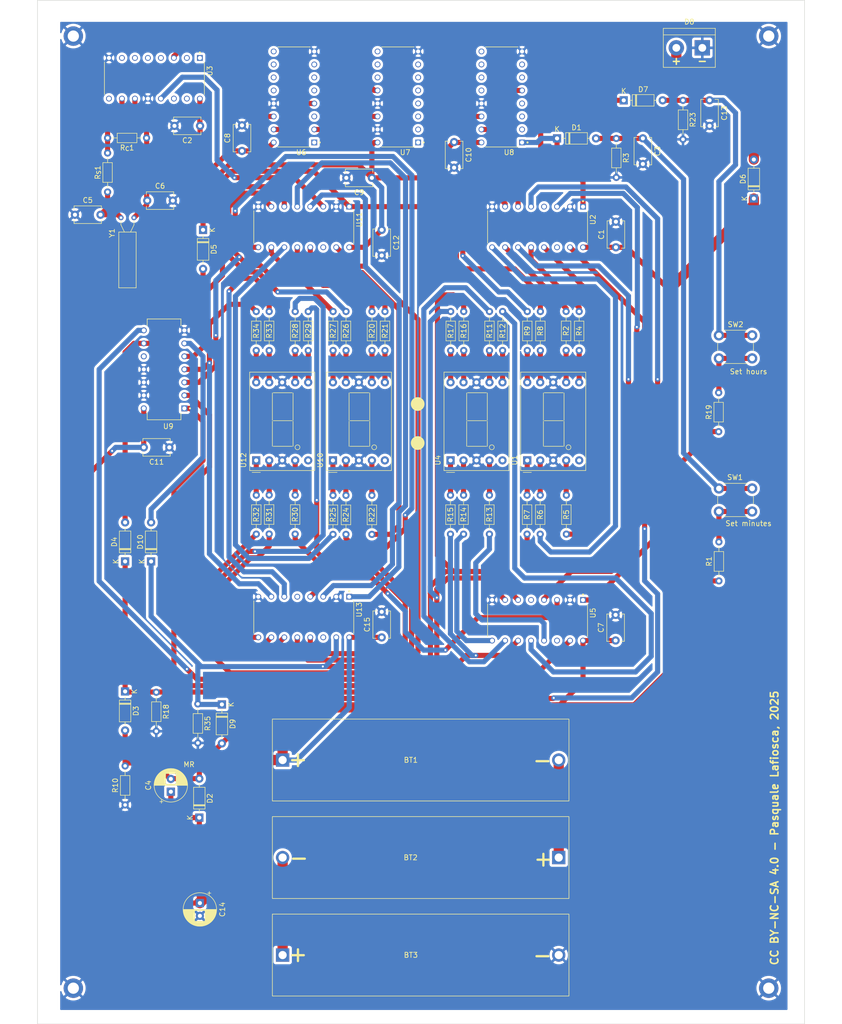
<source format=kicad_pcb>
(kicad_pcb (version 20241229) (generator "pcbnew") (generator_version "9.0")
  (title_block (title "Old style digital clock") (date "2025-04-20") (company "Pasquale Lafiosca"))
  (layers (0 "F.Cu" mixed) (2 "B.Cu" mixed) (13 "F.Paste" user) (15 "B.Paste" user) (5 "F.SilkS" user "F.Silkscreen") (7 "B.SilkS" user "B.Silkscreen") (1 "F.Mask" user) (3 "B.Mask" user) (25 "Edge.Cuts" user))
  (net 0 "")
  (net 1 "/CLK 2 Hz")
  (net 2 "Net-(BT1--)")
  (net 3 "GND")
  (net 4 "Net-(R_{C}1-Pad2)")
  (net 5 "Net-(R1-Pad2)")
  (net 6 "VDD")
  (net 7 "/CLK 1{slash}(24 hours)")
  (net 8 "Net-(BT2--)")
  (net 9 "Net-(D1-A)")
  (net 10 "Net-(U3-(PHI)I)")
  (net 11 "Net-(R19-Pad2)")
  (net 12 "Net-(D7-A)")
  (net 13 "Net-(D3-K)")
  (net 14 "Net-(D5-K)")
  (net 15 "Net-(D6-A)")
  (net 16 "Net-(D10-K)")
  (net 17 "/CLK 1{slash}(10 hours)")
  (net 18 "/CLK 1{slash}hour")
  (net 19 "Net-(U2-A)")
  (net 20 "Net-(U1-A)")
  (net 21 "Net-(U1-B)")
  (net 22 "Net-(U2-B)")
  (net 23 "Net-(U2-C)")
  (net 24 "Net-(U1-C)")
  (net 25 "Net-(U2-D)")
  (net 26 "Net-(U1-D)")
  (net 27 "Net-(U1-E)")
  (net 28 "Net-(U2-E)")
  (net 29 "Net-(U2-F)")
  (net 30 "Net-(U1-F)")
  (net 31 "Net-(U2-G)")
  (net 32 "Net-(U1-G)")
  (net 33 "Net-(U4-A)")
  (net 34 "Net-(U5-A)")
  (net 35 "Net-(U5-B)")
  (net 36 "/CLK 1{slash}60 Hz")
  (net 37 "Net-(U4-B)")
  (net 38 "Net-(U4-C)")
  (net 39 "Net-(U5-C)")
  (net 40 "Net-(U5-D)")
  (net 41 "Net-(U4-D)")
  (net 42 "/CLK 1 Hz")
  (net 43 "Net-(U4-E)")
  (net 44 "Net-(U5-E)")
  (net 45 "Net-(U4-F)")
  (net 46 "Net-(U5-F)")
  (net 47 "Net-(U4-G)")
  (net 48 "Net-(U5-G)")
  (net 49 "Net-(U11-A)")
  (net 50 "/CLK 1{slash}10 Hz")
  (net 51 "Net-(U10-A)")
  (net 52 "Net-(U10-B)")
  (net 53 "Net-(U11-B)")
  (net 54 "Net-(U11-C)")
  (net 55 "Net-(U10-C)")
  (net 56 "Net-(U10-D)")
  (net 57 "Net-(U11-D)")
  (net 58 "Net-(U11-E)")
  (net 59 "Net-(U10-E)")
  (net 60 "Net-(U10-F)")
  (net 61 "Net-(U11-F)")
  (net 62 "Net-(U11-G)")
  (net 63 "Net-(U10-G)")
  (net 64 "Net-(U13-A)")
  (net 65 "Net-(U12-A)")
  (net 66 "Net-(U12-B)")
  (net 67 "Net-(U13-B)")
  (net 68 "Net-(U13-C)")
  (net 69 "Net-(U12-C)")
  (net 70 "Net-(U13-D)")
  (net 71 "Net-(U12-D)")
  (net 72 "Net-(U13-E)")
  (net 73 "Net-(U12-E)")
  (net 74 "Net-(U13-F)")
  (net 75 "Net-(U12-F)")
  (net 76 "Net-(U12-G)")
  (net 77 "MR")
  (net 78 "Net-(U13-G)")
  (net 80 "Net-(U2-CARRY_OUT)")
  (net 81 "Net-(U2-DISPLAY_EN_IN)")
  (net 82 "Net-(C5-Pad1)")
  (net 94 "/CLK 64 Hz")
  (net 96 "Net-(U13-DISPLAY_EN_OUT)")
  (net 103 "Net-(U6-2)")
  (net 121 "Net-(U8-6)")
  (net 132 "Net-(U11-DISPLAY_EN_OUT)")
  (footprint "Capacitor_THT:C_Disc_D5.1mm_W3.2mm_P5.00mm" (layer "F.Cu") (at 55.295008 48.95 180)
    (property "Reference" "C2")
    (property "Value" "0.1 µF")
  )
  (footprint "CD4060BE:DIP794W45P254L1969H508Q16" (layer "F.Cu") (at 46.37 39.6525 -90)
    (property "Reference" "U3")
    (property "Value" "CD4060BE")
  )
  (footprint "Display_7Segment:D1X8K" (layer "F.Cu") (at 104.28 114.3 90)
    (property "Reference" "U4")
    (property "Value" "D168K")
  )
  (footprint "CD4026BE:DIP794W45P254L1969H508Q16" (layer "F.Cu") (at 75.58 144.9025 -90)
    (property "Reference" "U13")
    (property "Value" "CD4026BE")
  )
  (footprint "Capacitor_THT:C_Disc_D5.1mm_W3.2mm_P5.00mm" (layer "F.Cu") (at 136.62 72.674427 90)
    (property "Reference" "C1")
    (property "Value" "0.1 µF")
  )
  (footprint "Resistor_THT:R_Axial_DIN0204_L3.6mm_D1.6mm_P7.62mm_Horizontal" (layer "F.Cu") (at 104.264124 121.0925 -90)
    (property "Reference" "R15")
    (property "Value" "4.7 kΩ")
  )
  (footprint "CD4073BE:DIP794W45P254L1969H508Q14" (layer "F.Cu") (at 48.26 96.52 180)
    (property "Reference" "U9")
    (property "Value" "4073")
  )
  (footprint "Resistor_THT:R_Axial_DIN0204_L3.6mm_D1.6mm_P7.62mm_Horizontal" (layer "F.Cu") (at 40.64 181.61 90)
    (property "Reference" "R10")
    (property "Value" "10 kΩ")
  )
  (footprint "Diode_THT:D_DO-35_SOD27_P7.62mm_Horizontal" (layer "F.Cu") (at 55.146637 184.0925 90)
    (property "Reference" "D2")
    (property "Value" "BAT85")
  )
  (footprint "CustomLibrary:AA battery holder" (layer "F.Cu") (at 125.44 191.8925 180)
    (property "Reference" "BT2")
    (property "Value" "1.2 V")
  )
  (footprint "Resistor_THT:R_Axial_DIN0204_L3.6mm_D1.6mm_P7.62mm_Horizontal" (layer "F.Cu") (at 68.812845 92.8325 90)
    (property "Reference" "R33")
    (property "Value" "4.7 kΩ")
  )
  (footprint "Resistor_THT:R_Axial_DIN0204_L3.6mm_D1.6mm_P7.62mm_Horizontal" (layer "F.Cu") (at 121.850667 92.8325 90)
    (property "Reference" "R8")
    (property "Value" "4.7 kΩ")
  )
  (footprint "Capacitor_THT:CP_Radial_D6.3mm_P2.50mm" (layer "F.Cu") (at 49.5808 179.02914 90)
    (property "Reference" "C4")
    (property "Value" "10 µF")
  )
  (footprint "Button_Switch_THT:SW_PUSH_6mm" (layer "F.Cu") (at 163.27 124.2925 180)
    (property "Reference" "SW1")
    (property "Value" "Set minutes")
  )
  (footprint "Capacitor_THT:C_Disc_D5.1mm_W3.2mm_P5.00mm" (layer "F.Cu") (at 49.28885 111.76 180)
    (property "Reference" "C11")
    (property "Value" "0.1 µF")
  )
  (footprint "MountingHole:MountingHole_2.2mm_M2_DIN965_Pad" (layer "F.Cu") (at 30.51 217.4125)
    (property "Reference" "Hole3" (hide yes))
    (property "Value" "MountingHole_2.2mm_M2_DIN965_Pad")
  )
  (footprint "MountingHole:MountingHole_2.2mm_M2_DIN965_Pad" (layer "F.Cu") (at 166.51 31.4125)
    (property "Reference" "Hole2" (hide yes))
    (property "Value" "MountingHole_2.2mm_M2_DIN965_Pad")
  )
  (footprint "Resistor_THT:R_Axial_DIN0204_L3.6mm_D1.6mm_P7.62mm_Horizontal" (layer "F.Cu") (at 91.459972 92.8325 90)
    (property "Reference" "R21")
    (property "Value" "4.7 kΩ")
  )
  (footprint "Diode_THT:D_DO-35_SOD27_P7.62mm_Horizontal" (layer "F.Cu") (at 163.597179 63.149215 90)
    (property "Reference" "D6")
    (property "Value" "BAT85")
  )
  (footprint "Resistor_THT:R_Axial_DIN0204_L3.6mm_D1.6mm_P7.62mm_Horizontal" (layer "F.Cu") (at 83.839972 92.8325 90)
    (property "Reference" "R26")
    (property "Value" "4.7 kΩ")
  )
  (footprint "Resistor_THT:R_Axial_DIN0204_L3.6mm_D1.6mm_P7.62mm_Horizontal" (layer "F.Cu") (at 104.309948 92.8325 90)
    (property "Reference" "R17")
    (property "Value" "4.7 kΩ")
  )
  (footprint "Resistor_THT:R_Axial_DIN0204_L3.6mm_D1.6mm_P7.62mm_Horizontal" (layer "F.Cu") (at 81.308252 92.8325 90)
    (property "Reference" "R27")
    (property "Value" "4.7 kΩ")
  )
  (footprint "Resistor_THT:R_Axial_DIN0204_L3.6mm_D1.6mm_P7.62mm_Horizontal" (layer "F.Cu") (at 156.76528 137.85 90)
    (property "Reference" "R1")
    (property "Value" "220 Ω")
  )
  (footprint "CustomLibrary:AA battery holder" (layer "F.Cu") (at 71.44 172.8425)
    (property "Reference" "BT1")
    (property "Value" "1.2 V")
  )
  (footprint "Diode_THT:D_DO-35_SOD27_P7.62mm_Horizontal" (layer "F.Cu") (at 125.11 51.4025)
    (property "Reference" "D1")
    (property "Value" "BAT85")
  )
  (footprint "Display_7Segment:D1X8K" (layer "F.Cu") (at 66.28 114.3 90)
    (property "Reference" "U12")
    (property "Value" "D168K")
  )
  (footprint "Resistor_THT:R_Axial_DIN0204_L3.6mm_D1.6mm_P7.62mm_Horizontal" (layer "F.Cu") (at 37.214 61.8725 90)
    (property "Reference" "R_{S}1")
    (property "Value" "300 kΩ")
  )
  (footprint "Resistor_THT:R_Axial_DIN0204_L3.6mm_D1.6mm_P7.62mm_Horizontal" (layer "F.Cu") (at 119.248986 121.0925 -90)
    (property "Reference" "R7")
    (property "Value" "4.7 kΩ")
  )
  (footprint "Resistor_THT:R_Axial_DIN0204_L3.6mm_D1.6mm_P7.62mm_Horizontal" (layer "F.Cu") (at 111.897601 92.8325 90)
    (property "Reference" "R11")
    (property "Value" "4.7 kΩ")
  )
  (footprint "Diode_THT:D_DO-35_SOD27_P7.62mm_Horizontal" (layer "F.Cu") (at 55.88 69.27 -90)
    (property "Reference" "D5")
    (property "Value" "BAT85")
  )
  (footprint "Resistor_THT:R_Axial_DIN0204_L3.6mm_D1.6mm_P7.62mm_Horizontal" (layer "F.Cu") (at 81.29344 121.134594 -90)
    (property "Reference" "R25")
    (property "Value" "4.7 kΩ")
  )
  (footprint "Resistor_THT:R_Axial_DIN0204_L3.6mm_D1.6mm_P7.62mm_Horizontal" (layer "F.Cu") (at 121.817212 121.093528 -90)
    (property "Reference" "R6")
    (property "Value" "4.7 kΩ")
  )
  (footprint "Resistor_THT:R_Axial_DIN0204_L3.6mm_D1.6mm_P7.62mm_Horizontal" (layer "F.Cu") (at 129.436188 92.8325 90)
    (property "Reference" "R4")
    (property "Value" "4.7 kΩ")
  )
  (footprint "Resistor_THT:R_Axial_DIN0204_L3.6mm_D1.6mm_P7.62mm_Horizontal" (layer "F.Cu") (at 44.834 51.3125 180)
    (property "Reference" "R_{C}1")
    (property "Value" "10 MΩ")
  )
  (footprint "Resistor_THT:R_Axial_DIN0204_L3.6mm_D1.6mm_P7.62mm_Horizontal" (layer "F.Cu") (at 136.703554 51.404446 -90)
    (property "Reference" "R3")
    (property "Value" "100 kΩ")
  )
  (footprint "Resistor_THT:R_Axial_DIN0204_L3.6mm_D1.6mm_P7.62mm_Horizontal" (layer "F.Cu") (at 111.882242 121.0925 -90)
    (property "Reference" "R13")
    (property "Value" "4.7 kΩ")
  )
  (footprint "Capacitor_THT:CP_Radial_D6.3mm_P2.50mm" (layer "F.Cu") (at 55.26 200.7825 -90)
    (property "Reference" "C14")
    (property "Value" "100 µF")
  )
  (footprint "CD4017BE:DIP794W45P254L1969H508Q16" (layer "F.Cu") (at 93.98 43.3025 180)
    (property "Reference" "U7")
    (property "Value" "CD4017BE")
  )
  (footprint "Diode_THT:D_DO-35_SOD27_P7.62mm_Horizontal" (layer "F.Cu") (at 138.149018 43.959424)
    (property "Reference" "D7")
    (property "Value" "BAT85")
  )
  (footprint "Resistor_THT:R_Axial_DIN0204_L3.6mm_D1.6mm_P7.62mm_Horizontal" (layer "F.Cu") (at 126.934836 121.0925 -90)
    (property "Reference" "R5")
    (property "Value" "4.7 kΩ")
  )
  (footprint "Resistor_THT:R_Axial_DIN0204_L3.6mm_D1.6mm_P7.62mm_Horizontal" (layer "F.Cu") (at 83.83344 121.134594 -90)
    (property "Reference" "R24")
    (property "Value" "4.7 kΩ")
  )
  (footprint "Capacitor_THT:C_Disc_D5.1mm_W3.2mm_P5.00mm" (layer "F.Cu") (at 88.9 59.11 180)
    (property "Reference" "C9")
    (property "Value" "0.1 µF")
  )
  (footprint "Resistor_THT:R_Axial_DIN0204_L3.6mm_D1.6mm_P7.62mm_Horizontal" (layer "F.Cu") (at 66.28128 92.8325 90)
    (property "Reference" "R34")
    (property "Value" "4.7 kΩ")
  )
  (footprint "Capacitor_THT:C_Disc_D5.1mm_W3.2mm_P5.00mm" (layer "F.Cu") (at 35.83 66.3125 180)
    (property "Reference" "C5")
    (property "Value" "20 pF")
  )
  (footprint "Button_Switch_THT:SW_PUSH_6mm" (layer "F.Cu") (at 163.27 94.38 180)
    (property "Reference" "SW2")
    (property "Value" "Set hours")
  )
  (footprint "Diode_THT:D_DO-35_SOD27_P7.62mm_Horizontal" (layer "F.Cu") (at 59.563 161.98 -90)
    (property "Reference" "D9")
    (property "Value" "BAT85")
  )
  (footprint "CustomLibrary:AA battery holder" (layer "F.Cu") (at 71.44 210.9425)
    (property "Reference" "BT3")
    (property "Value" "1.2 V")
  )
  (footprint "Resistor_THT:R_Axial_DIN0204_L3.6mm_D1.6mm_P7.62mm_Horizontal" (layer "F.Cu") (at 68.8069 121.068248 -90)
    (property "Reference" "R31")
    (property "Value" "4.7 kΩ")
  )
  (footprint "Crystal:Crystal_AT310_D3.0mm_L10.0mm_Horizontal" (layer "F.Cu") (at 39.83 66.8925)
    (property "Reference" "Y1")
    (property "Value" "HC49 XTAL (32768 Hz)")
  )
  (footprint "Resistor_THT:R_Axial_DIN0204_L3.6mm_D1.6mm_P7.62mm_Horizontal" (layer "F.Cu") (at 73.904735 92.8325 90)
    (property "Reference" "R28")
    (property "Value" "4.7 kΩ")
  )
  (footprint "CD4017BE:DIP794W45P254L1969H508Q16" (layer "F.Cu") (at 73.66 43.3025 180)
    (property "Reference" "U6")
    (property "Value" "CD4017BE")
  )
  (footprint "CD4017BE:DIP794W45P254L1969H508Q16" (layer "F.Cu") (at 114.3 43.3025 180)
    (property "Reference" "U8")
    (property "Value" "CD4017BE")
  )
  (footprint "Capacitor_THT:C_Disc_D5.1mm_W3.2mm_P5.00mm" (layer "F.Cu") (at 104.976206 52.1218 -90)
    (property "Reference" "C10")
    (property "Value" "0.1 µF")
  )
  (footprint "Resistor_THT:R_Axial_DIN0204_L3.6mm_D1.6mm_P7.62mm_Horizontal" (layer "F.Cu") (at 88.919972 92.8325 90)
    (property "Reference" "R20")
    (property "Value" "4.7 kΩ")
  )
  (footprint "Resistor_THT:R_Axial_DIN0204_L3.6mm_D1.6mm_P7.62mm_Horizontal" (layer "F.Cu") (at 46.736 159.590335 -90)
    (property "Reference" "R18")
    (property "Value" "100 kΩ")
  )
  (footprint "Capacitor_THT:C_Disc_D5.1mm_W3.2mm_P5.00mm" (layer "F.Cu") (at 141.89799 56.393076 90)
    (property "Reference" "C3")
    (property "Value" "0.1 µF")
  )
  (footprint "Capacitor_THT:C_Disc_D5.1mm_W3.2mm_P5.00mm" (layer "F.Cu") (at 63.5 53.844417 90)
    (property "Reference" "C8")
    (property "Value" "0.1 µF")
  )
  (footprint "MountingHole:MountingHole_2.2mm_M2_DIN965_Pad" (layer "F.Cu") (at 30.51 31.4125)
    (property "Reference" "Hole1" (hide yes))
    (property "Value" "MountingHole_2.2mm_M2_DIN965_Pad")
  )
  (footprint "Display_7Segment:D1X8K" (layer "F.Cu") (at 119.28 114.3 90)
    (property "Reference" "U1")
    (property "Value" "D168K")
  )
  (footprint "TerminalBlock:TerminalBlock_bornier-2_P5.08mm" (layer "F.Cu") (at 153.5176 33.71 180)
    (property "Reference" "D8")
    (property "Value" "5 V Solar cell")
  )
  (footprint "Resistor_THT:R_Axial_DIN0204_L3.6mm_D1.6mm_P7.62mm_Horizontal" (layer "F.Cu") (at 76.455126 92.8325 90)
    (property "Reference" "R29")
    (property "Value" "4.7 kΩ")
  )
  (footprint "Resistor_THT:R_Axial_DIN0204_L3.6mm_D1.6mm_P7.62mm_Horizontal" (layer "F.Cu") (at 66.293606 121.0925 -90)
    (property "Reference" "R32")
    (property "Value" "4.7 kΩ")
  )
  (footprint "Resistor_THT:R_Axial_DIN0204_L3.6mm_D1.6mm_P7.62mm_Horizontal" (layer "F.Cu") (at 126.881721 92.818332 90)
    (property "Reference" "R2")
    (property "Value" "4.7 kΩ")
  )
  (footprint "Resistor_THT:R_Axial_DIN0204_L3.6mm_D1.6mm_P7.62mm_Horizontal" (layer "F.Cu") (at 106.827891 121.0925 -90)
    (property "Reference" "R14")
    (property "Value" "4.7 kΩ")
  )
  (footprint "CD4026BE:DIP794W45P254L1969H508Q16" (layer "F.Cu") (at 75.58 68.7025 -90)
    (property "Reference" "U11")
    (property "Value" "CD4026BE")
  )
  (footprint "Resistor_THT:R_Axial_DIN0204_L3.6mm_D1.6mm_P7.62mm_Horizontal" (layer "F.Cu") (at 149.745564 43.96137 -90)
    (property "Reference" "R23")
    (property "Value" "100 kΩ")
  )
  (footprint "Capacitor_THT:C_Disc_D5.1mm_W3.2mm_P5.00mm" (layer "F.Cu") (at 90.82 69.27 -90)
    (property "Reference" "C12")
    (property "Value" "0.1 µF")
  )
  (footprint "Resistor_THT:R_Axial_DIN0204_L3.6mm_D1.6mm_P7.62mm_Horizontal" (layer "F.Cu") (at 54.864 161.88 -90)
    (property "Reference" "R35")
    (property "Value" "100 kΩ")
  )
  (footprint "Resistor_THT:R_Axial_DIN0204_L3.6mm_D1.6mm_P7.62mm_Horizontal" (layer "F.Cu") (at 119.291697 92.8325 90)
    (property "Reference" "R9")
    (property "Value" "4.7 kΩ")
  )
  (footprint "Display_7Segment:D1X8K" (layer "F.Cu") (at 81.28 114.3 90)
    (property "Reference" "U10")
    (property "Value" "D168K")
  )
  (footprint "Resistor_THT:R_Axial_DIN0204_L3.6mm_D1.6mm_P7.62mm_Horizontal" (layer "F.Cu") (at 88.90187 121.134594 -90)
    (property "Reference" "R22")
    (property "Value" "4.7 kΩ")
  )
  (footprint "Resistor_THT:R_Axial_DIN0204_L3.6mm_D1.6mm_P7.62mm_Horizontal" (layer "F.Cu") (at 106.859886 92.8325 90)
    (property "Reference" "R16")
    (property "Value" "4.7 kΩ")
  )
  (footprint "Diode_THT:D_DO-35_SOD27_P7.62mm_Horizontal" (layer "F.Cu") (at 45.72 134.04 90)
    (property "Reference" "D10")
    (property "Value" "BAT85")
  )
  (footprint "Resistor_THT:R_Axial_DIN0204_L3.6mm_D1.6mm_P7.62mm_Horizontal" (layer "F.Cu") (at 114.461251 92.8325 90)
    (property "Reference" "R12")
    (property "Value" "4.7 kΩ")
  )
  (footprint "Diode_THT:D_DO-35_SOD27_P7.62mm_Horizontal" (layer "F.Cu") (at 40.64 134.04 90)
    (property "Reference" "D4")
    (property "Value" "BAT85")
  )
  (footprint "Capacitor_THT:C_Disc_D5.1mm_W3.2mm_P5.00mm" (layer "F.Cu") (at 136.563284 149.48572 90)
    (property "Reference" "C7")
    (property "Value" "0.1 µF")
  )
  (footprint "Capacitor_THT:C_Disc_D5.1mm_W3.2mm_P5.00mm" (layer "F.Cu") (at 90.82 148.885135 90)
    (property "Reference" "C15")
    (property "Value" "0.1 µF")
  )
  (footprint "CD4026BE:DIP794W45P254L1969H508Q16" (layer "F.Cu") (at 121.3 68.7025 -90)
    (property "Reference" "U2")
    (property "Value" "CD4026BE")
  )
  (footprint "Resistor_THT:R_Axial_DIN0204_L3.6mm_D1.6mm_P7.62mm_Horizontal" (layer "F.Cu") (at 73.895554 121.080687 -90)
    (property "Reference" "R30")
    (property "Value" "4.7 kΩ")
  )
  (footprint "Capacitor_THT:C_Disc_D5.1mm_W3.2mm_P5.00mm" (layer "F.Cu") (at 44.971295 63.5475)
    (property "Reference" "C6")
    (property "Value" "10 pF")
  )
  (footprint "MountingHole:MountingHole_2.2mm_M2_DIN965_Pad" (layer "F.Cu") (at 166.51 217.4125)
    (property "Reference" "Hole4" (hide yes))
    (property "Value" "MountingHole_2.2mm_M2_DIN965_Pad")
  )
  (footprint "Capacitor_THT:C_Disc_D5.1mm_W3.2mm_P5.00mm" (layer "F.Cu") (at 154.94 48.95 90)
    (property "Reference" "C13")
    (property "Value" "0.1 µF")
  )
  (footprint "Resistor_THT:R_Axial_DIN0204_L3.6mm_D1.6mm_P7.62mm_Horizontal" (layer "F.Cu") (at 156.71663 108.6895 90)
    (property "Reference" "R19")
    (property "Value" "220 Ω")
  )
  (footprint "CD4026BE:DIP794W45P254L1969H508Q16" (layer "F.Cu") (at 121.3 145.5375 -90)
    (property "Reference" "U5")
    (property "Value" "CD4026BE")
  )
  (footprint "Diode_THT:D_DO-35_SOD27_P7.62mm_Horizontal" (layer "F.Cu") (at 40.64 159.44 -90)
    (property "Reference" "D3")
    (property "Value" "BAT85")
  )
  (gr_circle (center 97.856779 110.912683) (end 99.116779 110.912683) (stroke (width 0.15)) (fill yes) (layer "F.SilkS"))
  (gr_circle (center 97.856779 103.292683) (end 99.116779 103.292683) (stroke (width 0.15)) (fill yes) (layer "F.SilkS"))
  (gr_rect (start 23.51 24.4125) (end 173.51 224.4125) (stroke (width 0.1)) (fill no) (layer "Edge.Cuts"))
  (gr_text "+" (at 148.4376 36.25 0) (layer "F.SilkS") (effects (font (size 1.5 1.5) (thickness 0.3))))
  (gr_text "-" (at 153.5176 36.25 0) (layer "F.SilkS") (effects (font (size 1.5 1.5) (thickness 0.3))))
  (gr_text "MR" (at 53.1368 173.7148 0) (layer "F.SilkS") (effects (font (size 1 1))))
  (gr_text "CC BY-NC-SA 4.0 - Pasquale Lafiosca, 2025" (at 167.64 186.11 90) (layer "F.SilkS") (effects (font (size 1.5 1.5) (thickness 0.3))))
  (segment (start 50.18 35.6825) (end 50.18 35.33171) (width 1) (layer "F.Cu") (net 1))
  (segment (start 62.88 38.19625) (end 62.88 42.234) (width 1) (layer "F.Cu") (net 1))
  (segment (start 67.7585 47.1125) (end 69.69 47.1125) (width 1) (layer "F.Cu") (net 1))
  (segment (start 57.47546 32.79171) (end 62.88 38.19625) (width 1) (layer "F.Cu") (net 1))
  (segment (start 62.88 42.234) (end 67.7585 47.1125) (width 1) (layer "F.Cu") (net 1))
  (segment (start 50.18 35.33171) (end 52.72 32.79171) (width 1) (layer "F.Cu") (net 1))
  (segment (start 52.72 32.79171) (end 57.47546 32.79171) (width 1) (layer "F.Cu") (net 1))
  (segment (start 125.44 172.8425) (end 125.44 191.8925) (width 2) (layer "F.Cu") (net 2))
  (segment (start 40.02 45.252) (end 37.214 48.058) (width 1) (layer "F.Cu") (net 4))
  (segment (start 40.02 43.6225) (end 40.02 45.252) (width 1) (layer "F.Cu") (net 4))
  (segment (start 37.214 48.058) (end 37.214 51.3125) (width 1) (layer "F.Cu") (net 4))
  (segment (start 37.214 51.3125) (end 37.214 54.2525) (width 1) (layer "F.Cu") (net 4))
  (segment (start 156.77 124.2925) (end 163.27 124.2925) (width 1) (layer "F.Cu") (net 5))
  (segment (start 156.77 124.2925) (end 156.77 130.22528) (width 1) (layer "F.Cu") (net 5))
  (segment (start 156.77 130.22528) (end 156.76528 130.23) (width 1) (layer "F.Cu") (net 5))
  (segment (start 73.66 162.56) (end 125.15 162.56) (width 2) (layer "F.Cu") (net 6))
  (segment (start 88.9 58.42) (end 88.9 52.6825) (width 1) (layer "F.Cu") (net 6))
  (segment (start 71.44 172.8425) (end 71.44 164.78) (width 2) (layer "F.Cu") (net 6))
  (segment (start 130.19 72.6725) (end 136.618073 72.6725) (width 1) (layer "F.Cu") (net 6))
  (segment (start 136.62 72.674427) (end 138.714427 72.674427) (width 1) (layer "F.Cu") (net 6))
  (segment (start 110.33 52.1925) (end 105.046906 52.1925) (width 1) (layer "F.Cu") (net 6))
  (segment (start 55.295008 48.95) (end 55.295008 54.614992) (width 1) (layer "F.Cu") (net 6))
  (segment (start 147.32 142.24) (end 147.32 116.84) (width 2) (layer "F.Cu") (net 6))
  (segment (start 52.1353 184.0925) (end 49.5808 181.538) (width 1) (layer "F.Cu") (net 6))
  (segment (start 140.39 162.56) (end 125.15 162.56) (width 2) (layer "F.Cu") (net 6))
  (segment (start 105.046906 52.1925) (end 104.976206 52.1218) (width 1) (layer "F.Cu") (net 6))
  (segment (start 71.44 164.78) (end 73.66 162.56) (width 2) (layer "F.Cu") (net 6))
  (segment (start 87.4175 72.6725) (end 90.82 69.27) (width 1) (layer "F.Cu") (net 6))
  (segment (start 84.47 72.6725) (end 87.4175 72.6725) (width 1) (layer "F.Cu") (net 6))
  (segment (start 163.597179 64.363615) (end 147.32 80.640794) (width 2) (layer "F.Cu") (net 6))
  (segment (start 45.72 84.51) (end 40.64 84.51) (width 1) (layer "F.Cu") (net 6))
  (segment (start 156.76528 137.85) (end 151.71 137.85) (width 1) (layer "F.Cu") (net 6))
  (segment (start 55.146637 184.0925) (end 52.1353 184.0925) (width 1) (layer "F.Cu") (net 6))
  (segment (start 136.618073 72.6725) (end 136.62 72.674427) (width 1) (layer "F.Cu") (net 6))
  (segment (start 33.02 182.88) (end 50.9225 200.7825) (width 1) (layer "F.Cu") (net 6))
  (segment (start 147.32 116.84) (end 147.32 81.28) (width 2) (layer "F.Cu") (net 6))
  (segment (start 147.32 155.63) (end 140.39 162.56) (width 2) (layer "F.Cu") (net 6))
  (segment (start 53.34 64.19) (end 60.96 56.57) (width 1) (layer "F.Cu") (net 6))
  (segment (start 130.19 149.5075) (end 130.19 157.52) (width 1) (layer "F.Cu") (net 6))
  (segment (start 63.5 53.844417) (end 68.038083 53.844417) (width 1) (layer "F.Cu") (net 6))
  (segment (start 147.32 80.640794) (end 147.32 81.28) (width 2) (layer "F.Cu") (net 6))
  (segment (start 130.19 157.52) (end 125.15 162.56) (width 1) (layer "F.Cu") (net 6))
  (segment (start 62.7575 175.505) (end 65.42 172.8425) (width 2) (layer "F.Cu") (net 6))
  (segment (start 55.146637 184.0925) (end 55.146637 200.669137) (width 1) (layer "F.Cu") (net 6))
  (segment (start 88.9 59.11) (end 97.988006 59.11) (width 1) (layer "F.Cu") (net 6))
  (segment (start 163.597179 63.149215) (end 163.597179 64.363615) (width 2) (layer "F.Cu") (net 6))
  (segment (start 151.71 137.85) (end 147.32 142.24) (width 1) (layer "F.Cu") (net 6))
  (segment (start 84.47 148.8725) (end 90.807365 148.8725) (width 1) (layer "F.Cu") (net 6))
  (segment (start 57.9225 198.12) (end 60.96 198.12) (width 2) (layer "F.Cu") (net 6))
  (segment (start 53.34 61.65) (end 53.34 60.96) (width 1) (layer "F.Cu") (net 6))
  (segment (start 55.295008 54.614992) (end 53.34 56.57) (width 1) (layer "F.Cu") (net 6))
  (segment (start 53.34 76.89) (end 45.72 84.51) (width 1) (layer "F.Cu") (net 6))
  (segment (start 156.71663 108.6895) (end 155.4705 108.6895) (width 1) (layer "F.Cu") (net 6))
  (segment (start 130.19 149.5075) (end 136.541504 149.5075) (width 1) (layer "F.Cu") (net 6))
  (segment (start 55.26 48.914992) (end 55.295008 48.95) (width 1) (layer "F.Cu") (net 6))
  (segment (start 33.02 92.13) (end 33.02 182.88) (width 1) (layer "F.Cu") (net 6))
  (segment (start 155.4705 108.6895) (end 147.32 116.84) (width 1) (layer "F.Cu") (net 6))
  (segment (start 44.28885 111.76) (end 44.28885 104.14115) (width 1) (layer "F.Cu") (net 6))
  (segment (start 63.5 53.844417) (end 61.145583 53.844417) (width 1) (layer "F.Cu") (net 6))
  (segment (start 60.96 56.57) (end 86.36 56.57) (width 1) (layer "F.Cu") (net 6))
  (segment (start 55.26 200.7825) (end 57.9225 198.12) (width 2) (layer "F.Cu") (net 6))
  (segment (start 136.541504 149.5075) (end 136.563284 149.48572) (width 1) (layer "F.Cu") (net 6))
  (segment (start 68.038083 53.844417) (end 69.69 52.1925) (width 1) (layer "F.Cu") (net 6))
  (segment (start 53.34 61.65) (end 53.34 76.89) (width 1) (layer "F.Cu") (net 6))
  (segment (start 88.9 52.6825) (end 89.39 52.1925) (width 1) (layer "F.Cu") (net 6))
  (segment (start 97.988006 59.11) (end 104.976206 52.1218) (width 1) (layer "F.Cu") (net 6))
  (segment (start 86.36 56.57) (end 88.9 59.11) (width 1) (layer "F.Cu") (net 6))
  (segment (start 55.26 43.6225) (end 55.26 48.914992) (width 1) (layer "F.Cu") (net 6))
  (segment (start 38.1 112.45) (end 33.02 117.53) (width 1) (layer "F.Cu") (net 6))
  (segment (start 61.145583 53.844417) (end 53.34 61.65) (width 1) (layer "F.Cu") (net 6))
  (segment (start 89.39 52.1925) (end 90.01 52.1925) (width 1) (layer "F.Cu") (net 6))
  (segment (start 53.34 56.57) (end 53.34 60.96) (width 1) (layer "F.Cu") (net 6))
  (segment (start 138.714427 72.674427) (end 147.32 81.28) (width 1) (layer "F.Cu") (net 6))
  (segment (start 50.9225 200.7825) (end 55.26 200.7825) (width 1) (layer "F.Cu") (net 6))
  (segment (start 147.32 142.24) (end 147.32 155.63) (width 2) (layer "F.Cu") (net 6))
  (segment (start 40.64 84.51) (end 33.02 92.13) (width 1) (layer "F.Cu") (net 6))
  (segment (start 62.7575 196.3225) (end 62.7575 175.505) (width 2) (layer "F.Cu") (net 6))
  (segment (start 55.146637 200.669137) (end 55.26 200.7825) (width 2) (layer "F.Cu") (net 6))
  (segment (start 60.96 198.12) (end 62.7575 196.3225) (width 2) (layer "F.Cu") (net 6))
  (segment (start 90.807365 148.8725) (end 90.82 148.885135) (width 1) (layer "F.Cu") (net 6))
  (segment (start 49.5808 181.538) (end 49.5808 179.11358) (width 1) (layer "F.Cu") (net 6))
  (segment (start 65.42 172.8425) (end 71.44 172.8425) (width 2) (layer "F.Cu") (net 6))
  (via (at 38.1 112.45) (size 0.8) (drill 0.4) (layers "F.Cu" "B.Cu") (net 6))
  (segment (start 90.82 61.03) (end 88.9 59.11) (width 1) (layer "B.Cu") (net 6))
  (segment (start 84.47 162.6) (end 74.2275 172.8425) (width 1) (layer "B.Cu") (net 6))
  (segment (start 90.82 69.27) (end 90.82 61.03) (width 1) (layer "B.Cu") (net 6))
  (segment (start 84.47 148.8725) (end 84.47 162.6) (width 1) (layer "B.Cu") (net 6))
  (segment (start 74.2275 172.8425) (end 71.44 172.8425) (width 1) (layer "B.Cu") (net 6))
  (segment (start 38.79 111.76) (end 38.1 112.45) (width 1) (layer "B.Cu") (net 6))
  (segment (start 44.28885 111.76) (end 38.79 111.76) (width 1) (layer "B.Cu") (net 6))
  (segment (start 55.88 113.68) (end 55.88 93.98) (width 1) (layer "B.Cu") (net 7))
  (segment (start 45.72 123.84) (end 55.88 113.68) (width 1) (layer "B.Cu") (net 7))
  (segment (start 45.72 126.42) (end 45.72 123.84) (width 1) (layer "B.Cu") (net 7))
  (segment (start 53.34 91.44) (end 52.23 91.44) (width 1) (layer "B.Cu") (net 7))
  (segment (start 55.88 93.98) (end 53.34 91.44) (width 1) (layer "B.Cu") (net 7))
  (segment (start 71.44 191.8925) (end 71.44 210.9425) (width 2) (layer "F.Cu") (net 8))
  (segment (start 141.888566 51.4025) (end 141.89799 51.393076) (width 1) (layer "F.Cu") (net 9))
  (segment (start 132.73 51.4025) (end 141.888566 51.4025) (width 1) (layer "F.Cu") (net 9))
  (segment (start 163.27 119.7925) (end 156.77 119.7925) (width 1) (layer "F.Cu") (net 9))
  (segment (start 141.89799 51.393076) (end 149.86 59.355086) (width 1) (layer "B.Cu") (net 9))
  (segment (start 149.86 112.8825) (end 156.77 119.7925) (width 1) (layer "B.Cu") (net 9))
  (segment (start 149.86 59.355086) (end 149.86 112.8825) (width 1) (layer "B.Cu") (net 9))
  (segment (start 44.834 51.3125) (end 44.834 47.556) (width 1) (layer "F.Cu") (net 10))
  (segment (start 44.86 51.3385) (end 44.86 64.4025) (width 1) (layer "F.Cu") (net 10))
  (segment (start 44.834 51.3125) (end 44.86 51.3385) (width 1) (layer "F.Cu") (net 10))
  (segment (start 44.834 47.556) (end 42.56 45.282) (width 1) (layer "F.Cu") (net 10))
  (segment (start 44.86 64.4025) (end 42.37 66.8925) (width 1) (layer "F.Cu") (net 10))
  (segment (start 42.56 45.282) (end 42.56 43.6225) (width 1) (layer "F.Cu") (net 10))
  (segment (start 156.71663 101.0695) (end 156.765262 101.020868) (width 1) (layer "F.Cu") (net 11))
  (segment (start 156.765262 94.384738) (end 156.77 94.38) (width 1) (layer "F.Cu") (net 11))
  (segment (start 156.77 94.38) (end 163.27 94.38) (width 1) (layer "F.Cu") (net 11))
  (segment (start 156.765262 101.020868) (end 156.765262 94.384738) (width 1) (layer "F.Cu") (net 11))
  (segment (start 145.769018 43.959424) (end 154.930576 43.959424) (width 1) (layer "F.Cu") (net 12))
  (segment (start 156.77 89.88) (end 163.27 89.88) (width 1) (layer "F.Cu") (net 12))
  (segment (start 157.56 43.95) (end 160.02 46.41) (width 1) (layer "B.Cu") (net 12))
  (segment (start 160.02 46.41) (end 160.02 56.57) (width 1) (layer "B.Cu") (net 12))
  (segment (start 160.02 56.57) (end 156.77 59.82) (width 1) (layer "B.Cu") (net 12))
  (segment (start 155.02 43.95) (end 157.56 43.95) (width 1) (layer "B.Cu") (net 12))
  (segment (start 156.77 59.82) (end 156.77 89.88) (width 1) (layer "B.Cu") (net 12))
  (segment (start 117.5975 159.56) (end 127.65 149.5075) (width 1) (layer "F.Cu") (net 13))
  (segment (start 40.64 159.727497) (end 40.623347 159.74415) (width 1) (layer "F.Cu") (net 13))
  (segment (start 40.64 134.04) (end 40.64 159.727497) (width 1) (layer "F.Cu") (net 13))
  (segment (start 40.807497 159.56) (end 117.5975 159.56) (width 1) (layer "F.Cu") (net 13))
  (segment (start 40.623347 159.74415) (end 40.807497 159.56) (width 1) (layer "F.Cu") (net 13))
  (segment (start 77.5575 57.82) (end 84.47 64.7325) (width 1) (layer "F.Cu") (net 14))
  (segment (start 121.92 56.031005) (end 119.38 58.571005) (width 1) (layer "F.Cu") (net 14))
  (segment (start 108.903616 58.5425) (end 102.747728 64.698389) (width 1) (layer "F.Cu") (net 14))
  (segment (start 119.38 58.571005) (end 115.528772 58.571005) (width 1) (layer "F.Cu") (net 14))
  (segment (start 124.370576 43.959424) (end 121.92 46.41) (width 1) (layer "F.Cu") (net 14))
  (segment (start 115.500267 58.5425) (end 108.903616 58.5425) (width 1) (layer "F.Cu") (net 14))
  (segment (start 55.88 69.27) (end 55.88 63.417766) (width 1) (layer "F.Cu") (net 14))
  (segment (start 102.699564 64.698389) (end 102.665453 64.7325) (width 1) (layer "F.Cu") (net 14))
  (segment (start 61.477766 57.82) (end 77.5575 57.82) (width 1) (layer "F.Cu") (net 14))
  (segment (start 115.528772 58.571005) (end 115.500267 58.5425) (width 1) (layer "F.Cu") (net 14))
  (segment (start 55.88 63.417766) (end 61.477766 57.82) (width 1) (layer "F.Cu") (net 14))
  (segment (start 102.665453 64.7325) (end 84.47 64.7325) (width 1) (layer "F.Cu") (net 14))
  (segment (start 121.92 46.41) (end 121.92 56.031005) (width 1) (layer "F.Cu") (net 14))
  (segment (start 138.149018 43.959424) (end 124.370576 43.959424) (width 1) (layer "F.Cu") (net 14))
  (segment (start 102.747728 64.698389) (end 102.699564 64.698389) (width 1) (layer "F.Cu") (net 14))
  (segment (start 163.597179 44.907179) (end 157.48 38.79) (width 2) (layer "F.Cu") (net 15))
  (segment (start 148.4376 36.4024) (end 148.4376 33.71) (width 2) (layer "F.Cu") (net 15))
  (segment (start 163.597179 55.529215) (end 163.597179 44.907179) (width 2) (layer "F.Cu") (net 15))
  (segment (start 150.8252 38.79) (end 148.4376 36.4024) (width 2) (layer "F.Cu") (net 15))
  (segment (start 157.48 38.79) (end 150.8252 38.79) (width 2) (layer "F.Cu") (net 15))
  (segment (start 85.62 76.3625) (end 87.518032 76.3625) (width 1) (layer "F.Cu") (net 16))
  (segment (start 97.917 86.761468) (end 97.917 151.775234) (width 1) (layer "F.Cu") (net 16))
  (segment (start 95.132234 154.56) (end 79.3075 154.56) (width 1) (layer "F.Cu") (net 16))
  (segment (start 97.917 151.775234) (end 95.132234 154.56) (width 1) (layer "F.Cu") (net 16))
  (segment (start 87.518032 76.3625) (end 97.917 86.761468) (width 1) (layer "F.Cu") (net 16))
  (segment (start 81.93 72.6725) (end 85.62 76.3625) (width 1) (layer "F.Cu") (net 16))
  (via (at 79.3075 154.56) (size 0.8) (drill 0.4) (layers "F.Cu" "B.Cu") (net 16))
  (segment (start 79.81 154.56) (end 79.3075 154.56) (width 1) (layer "B.Cu") (net 16))
  (segment (start 45.72 134.04) (end 45.72 144.78) (width 1) (layer "B.Cu") (net 16))
  (segment (start 59.563 161.98) (end 54.964 161.98) (width 1) (layer "B.Cu") (net 16))
  (segment (start 81.93 148.8725) (end 81.93 152.44) (width 1) (layer "B.Cu") (net 16))
  (segment (start 54.864 161.88) (end 54.864 153.924) (width 1) (layer "B.Cu") (net 16))
  (segment (start 54.864 153.924) (end 53.685 152.745) (width 1) (layer "B.Cu") (net 16))
  (segment (start 54.964 161.98) (end 54.864 161.88) (width 1) (layer "B.Cu") (net 16))
  (segment (start 79.274614 154.592886) (end 55.532886 154.592886) (width 1) (layer "B.Cu") (net 16))
  (segment (start 79.3075 154.56) (end 79.274614 154.592886) (width 1) (layer "B.Cu") (net 16))
  (segment (start 55.532886 154.592886) (end 53.685 152.745) (width 1) (layer "B.Cu") (net 16))
  (segment (start 45.72 144.78) (end 53.685 152.745) (width 1) (layer "B.Cu") (net 16))
  (segment (start 81.93 152.44) (end 79.81 154.56) (width 1) (layer "B.Cu") (net 16))
  (segment (start 88.3575 140.9325) (end 94.172738 135.117262) (width 1) (layer "B.Cu") (net 17))
  (segment (start 94.172738 135.117262) (end 94.172738 124.459496) (width 1) (layer "B.Cu") (net 17))
  (segment (start 92.515304 56.18307) (end 79.12693 56.18307) (width 1) (layer "B.Cu") (net 17))
  (segment (start 74.31 61) (end 74.31 64.7325) (width 1) (layer "B.Cu") (net 17))
  (segment (start 84.47 140.9325) (end 88.3575 140.9325) (width 1) (layer "B.Cu") (net 17))
  (segment (start 95.484 123.148235) (end 95.484 59.151766) (width 1) (layer "B.Cu") (net 17))
  (segment (start 79.12693 56.18307) (end 74.31 61) (width 1) (layer "B.Cu") (net 17))
  (segment (start 94.172738 124.459496) (end 95.484 123.148235) (width 1) (layer "B.Cu") (net 17))
  (segment (start 95.484 59.151766) (end 92.515304 56.18307) (width 1) (layer "B.Cu") (net 17))
  (segment (start 40.64 93.168916) (end 42.368916 91.44) (width 1) (layer "F.Cu") (net 18))
  (segment (start 42.368916 91.44) (end 44.29 91.44) (width 1) (layer "F.Cu") (net 18))
  (segment (start 44.29 91.44) (end 48.95 91.44) (width 1) (layer "F.Cu") (net 18))
  (segment (start 55.88 80.202233) (end 55.88 76.89) (width 1) (layer "F.Cu") (net 18))
  (segment (start 48.95 91.44) (end 48.95 87.132233) (width 1) (layer "F.Cu") (net 18))
  (segment (start 40.64 126.42) (end 40.64 93.168916) (width 1) (layer "F.Cu") (net 18))
  (segment (start 48.95 87.132233) (end 55.88 80.202233) (width 1) (layer "F.Cu") (net 18))
  (segment (start 126.881721 84.604221) (end 126.881721 85.198332) (width 1) (layer "F.Cu") (net 19))
  (segment (start 114.95 72.6725) (end 126.881721 84.604221) (width 1) (layer "F.Cu") (net 19))
  (segment (start 126.881721 92.818332) (end 126.881721 99.041721) (width 1) (layer "F.Cu") (net 20))
  (segment (start 126.881721 99.041721) (end 126.9 99.06) (width 1) (layer "F.Cu") (net 20))
  (segment (start 129.436188 92.8325) (end 129.436188 99.056188) (width 1) (layer "F.Cu") (net 21))
  (segment (start 129.436188 99.056188) (end 129.44 99.06) (width 1) (layer "F.Cu") (net 21))
  (segment (start 120.03 75.0525) (end 129.436188 84.458688) (width 1) (layer "F.Cu") (net 22))
  (segment (start 129.436188 84.458688) (end 129.436188 85.2125) (width 1) (layer "F.Cu") (net 22))
  (segment (start 120.03 72.6725) (end 120.03 75.0525) (width 1) (layer "F.Cu") (net 22))
  (segment (start 134 84.1025) (end 122.57 72.6725) (width 1) (layer "F.Cu") (net 23))
  (segment (start 129.87 128.7125) (end 134 124.5825) (width 1) (layer "F.Cu") (net 23))
  (segment (start 126.934836 128.7125) (end 129.87 128.7125) (width 1) (layer "F.Cu") (net 23))
  (segment (start 134 124.5825) (end 134 84.1025) (width 1) (layer "F.Cu") (net 23))
  (segment (start 126.9 114.3) (end 126.9 121.057664) (width 1) (layer "F.Cu") (net 24))
  (segment (start 126.9 121.057664) (end 126.934836 121.0925) (width 1) (layer "F.Cu") (net 24))
  (segment (start 136.54 127.1225) (end 136.54 82.30125) (width 1) (layer "B.Cu") (net 25))
  (segment (start 131.46 132.2025) (end 136.54 127.1225) (width 1) (layer "B.Cu") (net 25))
  (segment (start 136.54 82.30125) (end 133.10125 78.8625) (width 1) (layer "B.Cu") (net 25))
  (segment (start 121.817212 130.127212) (end 123.8925 132.2025) (width 1) (layer "B.Cu") (net 25))
  (segment (start 123.8925 132.2025) (end 131.46 132.2025) (width 1) (layer "B.Cu") (net 25))
  (segment (start 118.6 78.8625) (end 112.41 72.6725) (width 1) (layer "B.Cu") (net 25))
  (segment (start 133.10125 78.8625) (end 118.6 78.8625) (width 1) (layer "B.Cu") (net 25))
  (segment (start 121.817212 128.713528) (end 121.817212 130.127212) (width 1) (layer "B.Cu") (net 25))
  (segment (start 121.817212 121.093528) (end 121.817212 114.302788) (width 1) (layer "F.Cu") (net 26))
  (segment (start 121.817212 114.302788) (end 121.82 114.3) (width 1) (layer "F.Cu") (net 26))
  (segment (start 119.28 121.061486) (end 119.248986 121.0925) (width 1) (layer "F.Cu") (net 27))
  (segment (start 119.28 114.3) (end 119.28 121.061486) (width 1) (layer "F.Cu") (net 27))
  (segment (start 139.08 129.6625) (end 134 134.7425) (width 1) (layer "F.Cu") (net 28))
  (segment (start 123.8925 134.7425) (end 119.248986 130.098986) (width 1) (layer "F.Cu") (net 28))
  (segment (start 134 134.7425) (end 123.8925 134.7425) (width 1) (layer "F.Cu") (net 28))
  (segment (start 119.248986 130.098986) (end 119.248986 128.7125) (width 1) (layer "F.Cu") (net 28))
  (segment (start 139.08 98.44) (end 139.08 129.6625) (width 1) (layer "F.Cu") (net 28))
  (via (at 139.08 98.44) (size 0.8) (drill 0.4) (layers "F.Cu" "B.Cu") (net 28))
  (segment (start 139.08 98.44) (end 139.08 82.174734) (width 1) (layer "B.Cu") (net 28))
  (segment (start 121.14 76.3225) (end 117.49 72.6725) (width 1) (layer "B.Cu") (net 28))
  (segment (start 139.08 82.174734) (end 133.227766 76.3225) (width 1) (layer "B.Cu") (net 28))
  (segment (start 133.227766 76.3225) (end 121.14 76.3225) (width 1) (layer "B.Cu") (net 28))
  (segment (start 117.49 64.7325) (end 117.49 62.3) (width 1) (layer "F.Cu") (net 29))
  (segment (start 109.421383 59.7925) (end 105.43 63.783883) (width 1) (layer "F.Cu") (net 29))
  (segment (start 121.850667 81.935334) (end 121.850667 85.2125) (width 1) (layer "F.Cu") (net 29))
  (segment (start 105.43 75.6) (end 106.72 76.89) (width 1) (layer "F.Cu") (net 29))
  (segment (start 116.805333 76.89) (end 121.850667 81.935334) (width 1) (layer "F.Cu") (net 29))
  (segment (start 117.49 62.3) (end 114.9825 59.7925) (width 1) (layer "F.Cu") (net 29))
  (segment (start 106.72 76.89) (end 116.805333 76.89) (width 1) (layer "F.Cu") (net 29))
  (segment (start 114.9825 59.7925) (end 109.421383 59.7925) (width 1) (layer "F.Cu") (net 29))
  (segment (start 105.43 63.783883) (end 105.43 75.6) (width 1) (layer "F.Cu") (net 29))
  (segment (start 121.850667 92.8325) (end 121.850667 99.029333) (width 1) (layer "F.Cu") (net 30))
  (segment (start 121.850667 99.029333) (end 121.82 99.06) (width 1) (layer "F.Cu") (net 30))
  (segment (start 114.95 64.7325) (end 114.95 64.15) (width 1) (layer "F.Cu") (net 31))
  (segment (start 111.842499 61.0425) (end 109.939149 61.0425) (width 1) (layer "F.Cu") (net 31))
  (segment (start 114.95 64.15) (end 111.842499 61.0425) (width 1) (layer "F.Cu") (net 31))
  (segment (start 109.939149 61.0425) (end 106.68 64.301649) (width 1) (layer "F.Cu") (net 31))
  (segment (start 106.68 64.301649) (end 106.68 74.35) (width 1) (layer "F.Cu") (net 31))
  (via (at 106.68 74.35) (size 0.8) (drill 0.4) (layers "F.Cu" "B.Cu") (net 31))
  (segment (start 115.481697 81.4025) (end 113.7325 81.4025) (width 1) (layer "B.Cu") (net 31))
  (segment (start 119.291697 85.2125) (end 115.481697 81.4025) (width 1) (layer "B.Cu") (net 31))
  (segment (start 113.7325 81.4025) (end 106.68 74.35) (width 1) (layer "B.Cu") (net 31))
  (segment (start 119.291697 92.8325) (end 119.291697 99.048303) (width 1) (layer "F.Cu") (net 32))
  (segment (start 119.291697 99.048303) (end 119.28 99.06) (width 1) (layer "F.Cu") (net 32))
  (segment (start 111.897601 99.057601) (end 111.9 99.06) (width 1) (layer "F.Cu") (net 33))
  (segment (start 111.897601 92.8325) (end 111.897601 99.057601) (width 1) (layer "F.Cu") (net 33))
  (segment (start 99.06 84.764) (end 99.06 144.750266) (width 1) (layer "B.Cu") (net 34))
  (segment (start 99.06 144.750266) (end 107.959734 153.65) (width 1) (layer "B.Cu") (net 34))
  (segment (start 111.897601 85.2125) (end 107.258101 80.573) (width 1) (layer "B.Cu") (net 34))
  (segment (start 103.251 80.573) (end 99.06 84.764) (width 1) (layer "B.Cu") (net 34))
  (segment (start 107.959734 153.65) (end 110.8075 153.65) (width 1) (layer "B.Cu") (net 34))
  (segment (start 110.8075 153.65) (end 114.95 149.5075) (width 1) (layer "B.Cu") (net 34))
  (segment (start 107.258101 80.573) (end 103.251 80.573) (width 1) (layer "B.Cu") (net 34))
  (segment (start 140.472234 155.63) (end 124.4075 155.63) (width 1) (layer "B.Cu") (net 35))
  (segment (start 116.84 135.3625) (end 118.76 137.2825) (width 1) (layer "B.Cu") (net 35))
  (segment (start 118.76 137.2825) (end 136.5925 137.2825) (width 1) (layer "B.Cu") (net 35))
  (segment (start 116.84 87.591249) (end 116.84 135.3625) (width 1) (layer "B.Cu") (net 35))
  (segment (start 124.4075 155.63) (end 120.03 151.2525) (width 1) (layer "B.Cu") (net 35))
  (segment (start 143.53 144.22) (end 143.53 152.572234) (width 1) (layer "B.Cu") (net 35))
  (segment (start 114.461251 85.2125) (end 116.84 87.591249) (width 1) (layer "B.Cu") (net 35))
  (segment (start 136.5925 137.2825) (end 143.53 144.22) (width 1) (layer "B.Cu") (net 35))
  (segment (start 143.53 152.572234) (end 140.472234 155.63) (width 1) (layer "B.Cu") (net 35))
  (segment (start 120.03 151.2525) (end 120.03 149.5075) (width 1) (layer "B.Cu") (net 35))
  (segment (start 130.19 64.7325) (end 130.19 59.78625) (width 1) (layer "F.Cu") (net 36))
  (segment (start 125.11 54.70625) (end 125.11 51.4025) (width 1) (layer "F.Cu") (net 36))
  (segment (start 130.19 59.78625) (end 125.11 54.70625) (width 1) (layer "F.Cu") (net 36))
  (segment (start 122.0075 51.4025) (end 125.11 51.4025) (width 1) (layer "B.Cu") (net 36))
  (segment (start 118.27 52.1925) (end 121.2175 52.1925) (width 1) (layer "B.Cu") (net 36))
  (segment (start 121.2175 52.1925) (end 122.0075 51.4025) (width 1) (layer "B.Cu") (net 36))
  (segment (start 114.461251 92.8325) (end 114.461251 99.038749) (width 1) (layer "F.Cu") (net 37))
  (segment (start 114.461251 99.038749) (end 114.44 99.06) (width 1) (layer "F.Cu") (net 37))
  (segment (start 111.9 121.074742) (end 111.882242 121.0925) (width 1) (layer "F.Cu") (net 38))
  (segment (start 111.9 114.3) (end 111.9 121.074742) (width 1) (layer "F.Cu") (net 38))
  (segment (start 122.57 146.1725) (end 122.57 149.5075) (width 1) (layer "B.Cu") (net 39))
  (segment (start 111.882242 131.663943) (end 109.22 134.326185) (width 1) (layer "B.Cu") (net 39))
  (segment (start 110.4375 145.47) (end 121.8675 145.47) (width 1) (layer "B.Cu") (net 39))
  (segment (start 109.22 144.2525) (end 110.4375 145.47) (width 1) (layer "B.Cu") (net 39))
  (segment (start 109.22 134.326185) (end 109.22 144.2525) (width 1) (layer "B.Cu") (net 39))
  (segment (start 121.8675 145.47) (end 122.57 146.1725) (width 1) (layer "B.Cu") (net 39))
  (segment (start 111.882242 128.7125) (end 111.882242 131.663943) (width 1) (layer "B.Cu") (net 39))
  (segment (start 105.514124 130.026267) (end 105.514124 147.668858) (width 1) (layer "B.Cu") (net 40))
  (segment (start 106.827891 128.7125) (end 105.514124 130.026267) (width 1) (layer "B.Cu") (net 40))
  (segment (start 107.352766 149.5075) (end 112.41 149.5075) (width 1) (layer "B.Cu") (net 40))
  (segment (start 105.514124 147.668858) (end 107.352766 149.5075) (width 1) (layer "B.Cu") (net 40))
  (segment (start 106.82 121.084609) (end 106.827891 121.0925) (width 1) (layer "F.Cu") (net 41))
  (segment (start 106.82 114.3) (end 106.82 121.084609) (width 1) (layer "F.Cu") (net 41))
  (segment (start 81.93 47.1125) (end 90.01 47.1125) (width 1) (layer "F.Cu") (net 42))
  (segment (start 79.39 49.6525) (end 81.93 47.1125) (width 1) (layer "F.Cu") (net 42))
  (segment (start 77.63 49.6525) (end 79.39 49.6525) (width 1) (layer "F.Cu") (net 42))
  (segment (start 104.28 121.076624) (end 104.264124 121.0925) (width 1) (layer "F.Cu") (net 43))
  (segment (start 104.28 114.3) (end 104.28 121.076624) (width 1) (layer "F.Cu") (net 43))
  (segment (start 55.88 114.3) (end 55.88 106.68) (width 1) (layer "F.Cu") (net 44))
  (segment (start 114.5975 152.4) (end 107.37 152.4) (width 1) (layer "F.Cu") (net 44))
  (segment (start 117.49 149.5075) (end 114.5975 152.4) (width 1) (layer "F.Cu") (net 44))
  (segment (start 53.4275 158.31) (end 50.18 155.0625) (width 1) (layer "F.Cu") (net 44))
  (segment (start 50.18 120) (end 55.88 114.3) (width 1) (layer "F.Cu") (net 44))
  (segment (start 50.18 155.0625) (end 50.18 120) (width 1) (layer "F.Cu") (net 44))
  (segment (start 101.46 158.31) (end 53.4275 158.31) (width 1) (layer "F.Cu") (net 44))
  (segment (start 55.88 106.68) (end 53.34 104.14) (width 1) (layer "F.Cu") (net 44))
  (segment (start 53.34 104.14) (end 52.23 104.14) (width 1) (layer "F.Cu") (net 44))
  (segment (start 107.37 152.4) (end 101.46 158.31) (width 1) (layer "F.Cu") (net 44))
  (via (at 109.22 152.4) (size 0.8) (drill 0.4) (layers "F.Cu" "B.Cu") (net 44))
  (segment (start 108.4775 152.4) (end 104.264124 148.186624) (width 1) (layer "B.Cu") (net 44))
  (segment (start 104.264124 148.186624) (end 104.264124 128.7125) (width 1) (layer "B.Cu") (net 44))
  (segment (start 109.22 152.4) (end 108.4775 152.4) (width 1) (layer "B.Cu") (net 44))
  (segment (start 106.859886 92.8325) (end 106.859886 99.020114) (width 1) (layer "F.Cu") (net 45))
  (segment (start 106.859886 99.020114) (end 106.82 99.06) (width 1) (layer "F.Cu") (net 45))
  (segment (start 101.727 132.897) (end 104.8625 136.0325) (width 1) (layer "F.Cu") (net 46))
  (segment (start 53.34 101.6) (end 57.13 105.39) (width 1) (layer "F.Cu") (net 46))
  (segment (start 106.859886 85.2125) (end 106.859886 83.999886) (width 1) (layer "F.Cu") (net 46))
  (segment (start 109.9425 136.0325) (end 111.955 136.0325) (width 1) (layer "F.Cu") (net 46))
  (segment (start 111.955 136.0325) (end 117.49 141.5675) (width 1) (layer "F.Cu") (net 46))
  (segment (start 102.630903 81.97) (end 101.727 82.873903) (width 1) (layer "F.Cu") (net 46))
  (segment (start 97.112234 155.81) (end 100.35 152.572234) (width 1) (layer "F.Cu") (net 46))
  (segment (start 61.14 155.81) (end 97.112234 155.81) (width 1) (layer "F.Cu") (net 46))
  (segment (start 100.33 140.263) (end 100.33 138.951138) (width 1) (layer "F.Cu") (net 46))
  (segment (start 103.248638 136.0325) (end 109.9425 136.0325) (width 1) (layer "F.Cu") (net 46))
  (segment (start 100.33 138.951138) (end 103.248638 136.0325) (width 1) (layer "F.Cu") (net 46))
  (segment (start 100.35 152.572234) (end 100.35 140.283) (width 1) (layer "F.Cu") (net 46))
  (segment (start 104.83 81.97) (end 102.630903 81.97) (width 1) (layer "F.Cu") (net 46))
  (segment (start 106.859886 83.999886) (end 104.83 81.97) (width 1) (layer "F.Cu") (net 46))
  (segment (start 53.34 148.01) (end 61.14 155.81) (width 1) (layer "F.Cu") (net 46))
  (segment (start 52.23 101.6) (end 53.34 101.6) (width 1) (layer "F.Cu") (net 46))
  (segment (start 53.34 119.38) (end 53.34 148.01) (width 1) (layer "F.Cu") (net 46))
  (segment (start 57.13 105.39) (end 57.13 115.59) (width 1) (layer "F.Cu") (net 46))
  (segment (start 57.13 115.59) (end 53.34 119.38) (width 1) (layer "F.Cu") (net 46))
  (segment (start 101.727 82.873903) (end 101.727 132.897) (width 1) (layer "F.Cu") (net 46))
  (segment (start 104.8625 136.0325) (end 109.9425 136.0325) (width 1) (layer "F.Cu") (net 46))
  (segment (start 100.35 140.283) (end 100.33 140.263) (width 1) (layer "F.Cu") (net 46))
  (segment (start 104.309948 92.8325) (end 104.309948 99.030052) (width 1) (layer "F.Cu") (net 47))
  (segment (start 104.309948 99.030052) (end 104.28 99.06) (width 1) (layer "F.Cu") (net 47))
  (segment (start 101.6 139.45125) (end 103.76875 137.2825) (width 1) (layer "F.Cu") (net 48))
  (segment (start 101.6 141.1125) (end 101.6 153.09) (width 1) (layer "F.Cu") (net 48))
  (segment (start 103.76875 137.2825) (end 110.665 137.2825) (width 1) (layer "F.Cu") (net 48))
  (segment (start 101.6 141.1125) (end 101.6 139.45125) (width 1) (layer "F.Cu") (net 48))
  (segment (start 110.665 137.2825) (end 114.95 141.5675) (width 1) (layer "F.Cu") (net 48))
  (segment (start 97.63 157.06) (end 54.7175 157.06) (width 1) (layer "F.Cu") (net 48))
  (segment (start 54.7175 157.06) (end 52.72 155.0625) (width 1) (layer "F.Cu") (net 48))
  (segment (start 101.6 153.09) (end 97.63 157.06) (width 1) (layer "F.Cu") (net 48))
  (via (at 101.6 141.1125) (size 0.8) (drill 0.4) (layers "F.Cu" "B.Cu") (net 48))
  (via (at 52.72 155.0625) (size 0.8) (drill 0.4) (layers "F.Cu" "B.Cu") (net 48))
  (segment (start 101.6 141.1125) (end 100.31 139.8225) (width 1) (layer "B.Cu") (net 48))
  (segment (start 35.56 96.52) (end 43.18 88.9) (width 1) (layer "B.Cu") (net 48))
  (segment (start 100.31 139.8225) (end 100.31 87.205) (width 1) (layer "B.Cu") (net 48))
  (segment (start 43.18 88.9) (end 44.29 88.9) (width 1) (layer "B.Cu") (net 48))
  (segment (start 35.56 137.9025) (end 35.56 96.52) (width 1) (layer "B.Cu") (net 48))
  (segment (start 102.3025 85.2125) (end 104.309948 85.2125) (width 1) (layer "B.Cu") (net 48))
  (segment (start 100.31 87.205) (end 102.3025 85.2125) (width 1) (layer "B.Cu") (net 48))
  (segment (start 52.72 155.0625) (end 35.56 137.9025) (width 1) (layer "B.Cu") (net 48))
  (segment (start 88.919972 85.2125) (end 88.919972 83.067738) (width 1) (layer "F.Cu") (net 49))
  (segment (start 85.964734 80.1125) (end 79.37 80.1125) (width 1) (layer "F.Cu") (net 49))
  (segment (start 75.58 76.3225) (end 71.7 76.3225) (width 1) (layer "F.Cu") (net 49))
  (segment (start 79.37 80.1125) (end 75.58 76.3225) (width 1) (layer "F.Cu") (net 49))
  (segment (start 69.23 73.8525) (end 69.23 72.6725) (width 1) (layer "F.Cu") (net 49))
  (segment (start 71.7 76.3225) (end 69.23 73.8525) (width 1) (layer "F.Cu") (net 49))
  (segment (start 88.919972 83.067738) (end 85.964734 80.1125) (width 1) (layer "F.Cu") (net 49))
  (segment (start 88.7775 30.6025) (end 101.35125 30.6025) (width 1) (layer "F.Cu") (net 50))
  (segment (start 89.39 42.0325) (end 85.74 38.3825) (width 1) (layer "F.Cu") (net 50))
  (segment (start 101.35125 30.6025) (end 106.06 35.31125) (width 1) (layer "F.Cu") (net 50))
  (segment (start 107.33 47.1125) (end 110.33 47.1125) (width 1) (layer "F.Cu") (net 50))
  (segment (start 85.74 33.64) (end 88.7775 30.6025) (width 1) (layer "F.Cu") (net 50))
  (segment (start 106.06 35.31125) (end 106.06 45.8425) (width 1) (layer "F.Cu") (net 50))
  (segment (start 85.74 38.3825) (end 85.74 33.64) (width 1) (layer "F.Cu") (net 50))
  (segment (start 90.01 42.0325) (end 89.39 42.0325) (width 1) (layer "F.Cu") (net 50))
  (segment (start 106.06 45.8425) (end 107.33 47.1125) (width 1) (layer "F.Cu") (net 50))
  (segment (start 88.919972 99.040028) (end 88.9 99.06) (width 1) (layer "F.Cu") (net 51))
  (segment (start 88.919972 92.8325) (end 88.919972 99.040028) (width 1) (layer "F.Cu") (net 51))
  (segment (start 91.459972 99.040028) (end 91.44 99.06) (width 1) (layer "F.Cu") (net 52))
  (segment (start 91.459972 92.8325) (end 91.459972 99.040028) (width 1) (layer "F.Cu") (net 52))
  (segment (start 91.459972 83.839972) (end 91.459972 85.2125) (width 1) (layer "F.Cu") (net 53))
  (segment (start 86.4825 78.8625) (end 91.459972 83.839972) (width 1) (layer "F.Cu") (net 53))
  (segment (start 74.31 72.6725) (end 74.31 74.31) (width 1) (layer "F.Cu") (net 53))
  (segment (start 75.0725 75.0725) (end 76.097766 75.0725) (width 1) (layer "F.Cu") (net 53))
  (segment (start 79.887766 78.8625) (end 86.4825 78.8625) (width 1) (layer "F.Cu") (net 53))
  (segment (start 74.31 74.31) (end 75.0725 75.0725) (width 1) (layer "F.Cu") (net 53))
  (segment (start 76.097766 75.0725) (end 79.887766 78.8625) (width 1) (layer "F.Cu") (net 53))
  (segment (start 87.000266 77.6125) (end 94.172738 84.784972) (width 1) (layer "F.Cu") (net 54))
  (segment (start 76.85 72.6725) (end 76.85 74.056967) (width 1) (layer "F.Cu") (net 54))
  (segment (start 80.405532 77.6125) (end 87.000266 77.6125) (width 1) (layer "F.Cu") (net 54))
  (segment (start 76.85 74.056967) (end 80.405532 77.6125) (width 1) (layer "F.Cu") (net 54))
  (segment (start 92.50014 128.754594) (end 88.90187 128.754594) (width 1) (layer "F.Cu") (net 54))
  (segment (start 94.172738 127.081996) (end 92.50014 128.754594) (width 1) (layer "F.Cu") (net 54))
  (segment (start 94.172738 84.784972) (end 94.172738 127.081996) (width 1) (layer "F.Cu") (net 54))
  (segment (start 88.9 121.132724) (end 88.90187 121.134594) (width 1) (layer "F.Cu") (net 55))
  (segment (start 88.9 114.3) (end 88.9 121.132724) (width 1) (layer "F.Cu") (net 55))
  (segment (start 83.82 114.3) (end 83.82 121.121154) (width 1) (layer "F.Cu") (net 56))
  (segment (start 83.82 121.121154) (end 83.83344 121.134594) (width 1) (layer "F.Cu") (net 56))
  (segment (start 65.305532 72.6725) (end 66.69 72.6725) (width 1) (layer "F.Cu") (net 57))
  (segment (start 62.17 69.536968) (end 65.305532 72.6725) (width 1) (layer "F.Cu") (net 57))
  (segment (start 90.82 132.2025) (end 86.4825 132.2025) (width 1) (layer "F.Cu") (net 57))
  (segment (start 95.422738 127.599762) (end 90.82 132.2025) (width 1) (layer "F.Cu") (net 57))
  (segment (start 83.83344 129.55344) (end 83.83344 128.754594) (width 1) (layer "F.Cu") (net 57))
  (segment (start 86.4825 132.2025) (end 83.83344 129.55344) (width 1) (layer "F.Cu") (net 57))
  (segment (start 62.17 65.5425) (end 62.17 69.536968) (width 1) (layer "F.Cu") (net 57))
  (segment (start 95.422738 124.977262) (end 95.422738 127.599762) (width 1) (layer "F.Cu") (net 57))
  (via (at 62.17 65.5425) (size 0.8) (drill 0.4) (layers "F.Cu" "B.Cu") (net 57))
  (via (at 95.422738 124.977262) (size 0.8) (drill 0.4) (layers "F.Cu" "B.Cu") (net 57))
  (segment (start 96.734 123.666002) (end 96.734 58.633999) (width 1) (layer "B.Cu") (net 57))
  (segment (start 72.06693 54.93307) (end 62.17 64.83) (width 1) (layer "B.Cu") (net 57))
  (segment (start 62.17 64.83) (end 62.17 65.5425) (width 1) (layer "B.Cu") (net 57))
  (segment (start 95.422738 124.977262) (end 96.734 123.666002) (width 1) (layer "B.Cu") (net 57))
  (segment (start 96.734 58.633999) (end 93.03307 54.93307) (width 1) (layer "B.Cu") (net 57))
  (segment (start 93.03307 54.93307) (end 72.06693 54.93307) (width 1) (layer "B.Cu") (net 57))
  (segment (start 81.29344 128.754594) (end 76.595534 133.4525) (width 1) (layer "B.Cu") (net 58))
  (segment (start 62.21 130.79) (end 62.21 82.2325) (width 1) (layer "B.Cu") (net 58))
  (segment (start 76.595534 133.4525) (end 64.8725 133.4525) (width 1) (layer "B.Cu") (net 58))
  (segment (start 64.8725 133.4525) (end 62.21 130.79) (width 1) (layer "B.Cu") (net 58))
  (segment (start 62.21 82.2325) (end 71.77 72.6725) (width 1) (layer "B.Cu") (net 58))
  (segment (start 81.28 114.3) (end 81.28 121.121154) (width 1) (layer "F.Cu") (net 59))
  (segment (start 81.28 121.121154) (end 81.29344 121.134594) (width 1) (layer "F.Cu") (net 59))
  (segment (start 83.839972 99.040028) (end 83.82 99.06) (width 1) (layer "F.Cu") (net 60))
  (segment (start 83.839972 92.8325) (end 83.839972 99.040028) (width 1) (layer "F.Cu") (net 60))
  (segment (start 54.03 93.98) (end 55.88 92.13) (width 1) (layer "F.Cu") (net 61))
  (segment (start 55.88 92.13) (end 55.88 81.97) (width 1) (layer "F.Cu") (net 61))
  (segment (start 66.5875 77.49) (end 64.1 77.49) (width 1) (layer "F.Cu") (net 61))
  (segment (start 52.23 93.98) (end 54.03 93.98) (width 1) (layer "F.Cu") (net 61))
  (segment (start 55.88 81.97) (end 59.67 78.18) (width 1) (layer "F.Cu") (net 61))
  (segment (start 64.1 77.49) (end 59.67 73.06) (width 1) (layer "F.Cu") (net 61))
  (segment (start 59.67 78.18) (end 59.67 73.06) (width 1) (layer "F.Cu") (net 61))
  (segment (start 59.67 64.292499) (end 63.125299 60.8372) (width 1) (layer "F.Cu") (net 61))
  (segment (start 70.5 81.4025) (end 66.5875 77.49) (width 1) (layer "F.Cu") (net 61))
  (segment (start 59.67 73.06) (end 59.67 64.292499) (width 1) (layer "F.Cu") (net 61))
  (segment (start 70.052466 60.8372) (end 71.77 62.554734) (width 1) (layer "F.Cu") (net 61))
  (segment (start 63.125299 60.8372) (end 70.052466 60.8372) (width 1) (layer "F.Cu") (net 61))
  (segment (start 71.77 62.554734) (end 71.77 64.7325) (width 1) (layer "F.Cu") (net 61))
  (via (at 70.5 81.4025) (size 0.8) (drill 0.4) (layers "F.Cu" "B.Cu") (net 61))
  (segment (start 83.839972 85.2125) (end 80.029972 81.4025) (width 1) (layer "B.Cu") (net 61))
  (segment (start 80.029972 81.4025) (end 70.5 81.4025) (width 1) (layer "B.Cu") (net 61))
  (segment (start 64.617766 76.24) (end 62.961483 74.583717) (width 1) (layer "F.Cu") (net 62))
  (segment (start 74.958252 78.8625) (end 69.727766 78.8625) (width 1) (layer "F.Cu") (net 62))
  (segment (start 62.961483 74.583717) (end 60.92 72.542234) (width 1) (layer "F.Cu") (net 62))
  (segment (start 63.643065 62.0872) (end 66.5847 62.0872) (width 1) (layer "F.Cu") (net 62))
  (segment (start 52.23 99.06) (end 55.107766 99.06) (width 1) (layer "F.Cu") (net 62))
  (segment (start 69.727766 78.8625) (end 67.105266 76.24) (width 1) (layer "F.Cu") (net 62))
  (segment (start 81.308252 85.2125) (end 74.958252 78.8625) (width 1) (layer "F.Cu") (net 62))
  (segment (start 67.105266 76.24) (end 64.617766 76.24) (width 1) (layer "F.Cu") (net 62))
  (segment (start 58.38 95.787766) (end 58.38 89.844) (width 1) (layer "F.Cu") (net 62))
  (segment (start 55.107766 99.06) (end 58.38 95.787766) (width 1) (layer "F.Cu") (net 62))
  (segment (start 66.5847 62.0872) (end 69.23 64.7325) (width 1) (layer "F.Cu") (net 62))
  (segment (start 60.92 72.542234) (end 60.92 64.810265) (width 1) (layer "F.Cu") (net 62))
  (segment (start 60.92 64.810265) (end 63.643065 62.0872) (width 1) (layer "F.Cu") (net 62))
  (via (at 58.38 89.844) (size 0.8) (drill 0.4) (layers "F.Cu" "B.Cu") (net 62))
  (via (at 62.961483 74.583717) (size 0.8) (drill 0.4) (layers "F.Cu" "B.Cu") (net 62))
  (segment (start 58.38 89.844) (end 58.38 79.1652) (width 1) (layer "B.Cu") (net 62))
  (segment (start 58.38 79.1652) (end 62.961483 74.583717) (width 1) (layer "B.Cu") (net 62))
  (segment (start 81.308252 92.8325) (end 81.308252 99.031748) (width 1) (layer "F.Cu") (net 63))
  (segment (start 81.308252 99.031748) (end 81.28 99.06) (width 1) (layer "F.Cu") (net 63))
  (segment (start 64.693872 132.08) (end 58.42 138.353872) (width 1) (layer "F.Cu") (net 64))
  (segment (start 58.42 146.547767) (end 63.104733 151.2325) (width 1) (layer "F.Cu") (net 64))
  (segment (start 63.104733 151.2325) (end 66.87 151.2325) (width 1) (layer "F.Cu") (net 64))
  (segment (start 66.87 151.2325) (end 69.23 148.8725) (width 1) (layer "F.Cu") (net 64))
  (segment (start 66.04 132.08) (end 64.693872 132.08) (width 1) (layer "F.Cu") (net 64))
  (segment (start 58.42 138.353872) (end 58.42 146.547767) (width 1) (layer "F.Cu") (net 64))
  (via (at 66.04 132.08) (size 0.8) (drill 0.4) (layers "F.Cu" "B.Cu") (net 64))
  (segment (start 77.684118 82.6525) (end 79.37 84.338382) (width 1) (layer "B.Cu") (net 64))
  (segment (start 74.789653 82.6525) (end 77.684118 82.6525) (width 1) (layer "B.Cu") (net 64))
  (segment (start 79.37 84.338382) (end 79.37 128.910268) (width 1) (layer "B.Cu") (net 64))
  (segment (start 76.200268 132.08) (end 66.04 132.08) (width 1) (layer "B.Cu") (net 64))
  (segment (start 73.904735 85.2125) (end 73.904735 83.537418) (width 1) (layer "B.Cu") (net 64))
  (segment (start 79.37 128.910268) (end 76.200268 132.08) (width 1) (layer "B.Cu") (net 64))
  (segment (start 73.904735 83.537418) (end 74.789653 82.6525) (width 1) (layer "B.Cu") (net 64))
  (segment (start 73.904735 99.055265) (end 73.9 99.06) (width 1) (layer "F.Cu") (net 65))
  (segment (start 73.904735 92.8325) (end 73.904735 99.055265) (width 1) (layer "F.Cu") (net 65))
  (segment (start 76.455126 99.044874) (end 76.44 99.06) (width 1) (layer "F.Cu") (net 66))
  (segment (start 76.455126 92.8325) (end 76.455126 99.044874) (width 1) (layer "F.Cu") (net 66))
  (segment (start 89.977056 134.7425) (end 96.667 141.432444) (width 1) (layer "F.Cu") (net 67))
  (segment (start 74.31 151.2525) (end 74.31 148.8725) (width 1) (layer "F.Cu") (net 67))
  (segment (start 78.12 132.2025) (end 80.66 134.7425) (width 1) (layer "F.Cu") (net 67))
  (segment (start 76.369245 153.311745) (end 74.31 151.2525) (width 1) (layer "F.Cu") (net 67))
  (segment (start 78.787988 153.311745) (end 76.369245 153.311745) (width 1) (layer "F.Cu") (net 67))
  (segment (start 80.66 134.7425) (end 89.977056 134.7425) (width 1) (layer "F.Cu") (net 67))
  (segment (start 96.667 151.257468) (end 94.614468 153.31) (width 1) (layer "F.Cu") (net 67))
  (segment (start 96.667 141.432444) (end 96.667 151.257468) (width 1) (layer "F.Cu") (net 67))
  (segment (start 94.614468 153.31) (end 78.789733 153.31) (width 1) (layer "F.Cu") (net 67))
  (segment (start 78.789733 153.31) (end 78.787988 153.311745) (width 1) (layer "F.Cu") (net 67))
  (segment (start 78.12 122.0425) (end 78.12 132.2025) (width 1) (layer "F.Cu") (net 67))
  (via (at 78.12 122.0425) (size 0.8) (drill 0.4) (layers "F.Cu" "B.Cu") (net 67))
  (segment (start 76.455126 85.2125) (end 77.157626 84.51) (width 1) (layer "B.Cu") (net 67))
  (segment (start 77.157626 84.51) (end 77.773852 84.51) (width 1) (layer "B.Cu") (net 67))
  (segment (start 78.12 84.856148) (end 78.12 122.0425) (width 1) (layer "B.Cu") (net 67))
  (segment (start 77.773852 84.51) (end 78.12 84.856148) (width 1) (layer "B.Cu") (net 67))
  (segment (start 73.895554 128.700687) (end 73.895554 129.775554) (width 1) (layer "F.Cu") (net 68))
  (segment (start 89.45929 135.9925) (end 95.417 141.95021) (width 1) (layer "F.Cu") (net 68))
  (segment (start 95.417 141.95021) (end 95.417 150.739702) (width 1) (layer "F.Cu") (net 68))
  (segment (start 73.895554 129.775554) (end 80.1125 135.9925) (width 1) (layer "F.Cu") (net 68))
  (segment (start 80.1125 135.9925) (end 89.45929 135.9925) (width 1) (layer "F.Cu") (net 68))
  (segment (start 78.271966 152.06) (end 78.270221 152.061745) (width 1) (layer "F.Cu") (net 68))
  (segment (start 78.270221 152.061745) (end 78.193963 152.061745) (width 1) (layer "F.Cu") (net 68))
  (segment (start 95.417 150.739702) (end 94.096702 152.06) (width 1) (layer "F.Cu") (net 68))
  (segment (start 76.85 150.717782) (end 76.85 148.8725) (width 1) (layer "F.Cu") (net 68))
  (segment (start 78.193963 152.061745) (end 76.85 150.717782) (width 1) (layer "F.Cu") (net 68))
  (segment (start 94.096702 152.06) (end 78.271966 152.06) (width 1) (layer "F.Cu") (net 68))
  (segment (start 73.9 114.3) (end 73.9 121.076241) (width 1) (layer "F.Cu") (net 69))
  (segment (start 73.9 121.076241) (end 73.895554 121.080687) (width 1) (layer "F.Cu") (net 69))
  (segment (start 66.557767 133.33) (end 68.8069 131.080867) (width 1) (layer "F.Cu") (net 70))
  (segment (start 66.69 148.8725) (end 62.5125 148.8725) (width 1) (layer "F.Cu") (net 70))
  (segment (start 59.67 146.03) (end 59.67 138.871638) (width 1) (layer "F.Cu") (net 70))
  (segment (start 59.67 138.871638) (end 65.211638 133.33) (width 1) (layer "F.Cu") (net 70))
  (segment (start 62.5125 148.8725) (end 59.67 146.03) (width 1) (layer "F.Cu") (net 70))
  (segment (start 65.211638 133.33) (end 66.557767 133.33) (width 1) (layer "F.Cu") (net 70))
  (segment (start 68.8069 131.080867) (end 68.8069 128.688248) (width 1) (layer "F.Cu") (net 70))
  (segment (start 68.82 121.055148) (end 68.8069 121.068248) (width 1) (layer "F.Cu") (net 71))
  (segment (start 68.82 114.3) (end 68.82 121.055148) (width 1) (layer "F.Cu") (net 71))
  (segment (start 57.17 147.065534) (end 62.586967 152.4825) (width 1) (layer "F.Cu") (net 72))
  (segment (start 57.17 137.836106) (end 57.17 147.065534) (width 1) (layer "F.Cu") (net 72))
  (segment (start 62.586967 152.4825) (end 68.16 152.4825) (width 1) (layer "F.Cu") (net 72))
  (segment (start 68.16 152.4825) (end 71.77 148.8725) (width 1) (layer "F.Cu") (net 72))
  (segment (start 66.293606 128.7125) (end 57.17 137.836106) (width 1) (layer "F.Cu") (net 72))
  (segment (start 66.28 114.3) (end 66.28 121.078894) (width 1) (layer "F.Cu") (net 73))
  (segment (start 66.28 121.078894) (end 66.293606 121.0925) (width 1) (layer "F.Cu") (net 73))
  (segment (start 68.812845 81.483111) (end 68.812845 85.2125) (width 1) (layer "F.Cu") (net 74))
  (segment (start 60.96 81.28) (end 63.541117 78.698883) (width 1) (layer "F.Cu") (net 74))
  (segment (start 66.069734 78.74) (end 68.812845 81.483111) (width 1) (layer "F.Cu") (net 74))
  (segment (start 63.582234 78.74) (end 66.069734 78.74) (width 1) (layer "F.Cu") (net 74))
  (segment (start 63.541117 78.698883) (end 63.582234 78.74) (width 1) (layer "F.Cu") (net 74))
  (via (at 60.96 81.28) (size 0.8) (drill 0.4) (layers "F.Cu" "B.Cu") (net 74))
  (segment (start 71.77 138.44625) (end 71.77 140.9325) (width 1) (layer "B.Cu") (net 74))
  (segment (start 60.96 133.151) (end 63.881 136.072) (width 1) (layer "B.Cu") (net 74))
  (segment (start 60.96 81.28) (end 60.96 133.151) (width 1) (layer "B.Cu") (net 74))
  (segment (start 69.39575 136.072) (end 71.77 138.44625) (width 1) (layer "B.Cu") (net 74))
  (segment (start 63.881 136.072) (end 69.39575 136.072) (width 1) (layer "B.Cu") (net 74))
  (segment (start 68.812845 99.052845) (end 68.82 99.06) (width 1) (layer "F.Cu") (net 75))
  (segment (start 68.812845 92.8325) (end 68.812845 99.052845) (width 1) (layer "F.Cu") (net 75))
  (segment (start 66.28128 92.8325) (end 66.28128 99.05872) (width 1) (layer "F.Cu") (net 76))
  (segment (start 66.28128 99.05872) (end 66.28 99.06) (width 1) (layer "F.Cu") (net 76))
  (segment (start 40.623347 167.36415) (end 40.64 167.380803) (width 1) (layer "F.Cu") (net 77))
  (segment (start 55.146637 176.4725) (end 55.146637 174.016363) (width 1) (layer "F.Cu") (net 77))
  (segment (start 46.346069 173.41) (end 49.408569 176.4725) (width 1) (layer "F.Cu") (net 77))
  (segment (start 49.408569 176.4725) (end 55.146637 176.4725) (width 1) (layer "F.Cu") (net 77))
  (segment (start 124.36 160.81) (end 68.353 160.81) (width 1) (layer "F.Cu") (net 77))
  (segment (start 68.353 160.81) (end 59.563 169.6) (width 1) (layer "F.Cu") (net 77))
  (segment (start 41.22 173.41) (end 46.346069 173.41) (width 1) (layer "F.Cu") (net 77))
  (segment (start 40.64 167.380803) (end 40.64 173.99) (width 1) (layer "F.Cu") (net 77))
  (segment (start 55.146637 174.016363) (end 59.563 169.6) (width 1) (layer "F.Cu") (net 77))
  (segment (start 127.65 72.6725) (end 142.24 87.2625) (width 1) (layer "F.Cu") (net 77))
  (segment (start 142.24 87.2625) (end 142.24 127.69) (width 1) (layer "F.Cu") (net 77))
  (segment (start 124.46 160.71) (end 124.36 160.81) (width 1) (layer "F.Cu") (net 77))
  (segment (start 40.64 173.99) (end 41.22 173.41) (width 1) (layer "F.Cu") (net 77))
  (via (at 142.24 127.69) (size 0.8) (drill 0.4) (layers "F.Cu" "B.Cu") (net 77))
  (via (at 124.46 160.71) (size 0.8) (drill 0.4) (layers "F.Cu" "B.Cu") (net 77))
  (segment (start 144.78 140.39) (end 142.24 137.85) (width 1) (layer "B.Cu") (net 77))
  (segment (start 144.78 155.63) (end 144.78 140.39) (width 1) (layer "B.Cu") (net 77))
  (segment (start 139.7 160.71) (end 144.78 155.63) (width 1) (layer "B.Cu") (net 77))
  (segment (start 124.46 160.71) (end 139.7 160.71) (width 1) (layer "B.Cu") (net 77))
  (segment (start 142.24 137.85) (end 142.24 127.69) (width 1) (layer "B.Cu") (net 77))
  (segment (start 64.88878 83.82) (end 60.96 83.82) (width 1) (layer "F.Cu") (net 78))
  (segment (start 55.88 96.52) (end 52.23 96.52) (width 1) (layer "F.Cu") (net 78))
  (segment (start 66.28128 85.2125) (end 64.88878 83.82) (width 1) (layer "F.Cu") (net 78))
  (segment (start 60.96 83.82) (end 57.13 87.65) (width 1) (layer "F.Cu") (net 78))
  (segment (start 57.13 87.65) (end 57.13 95.27) (width 1) (layer "F.Cu") (net 78))
  (segment (start 57.13 95.27) (end 55.88 96.52) (width 1) (layer "F.Cu") (net 78))
  (via (at 57.13 95.27) (size 0.8) (drill 0.4) (layers "F.Cu" "B.Cu") (net 78))
  (segment (start 57.13 132.557766) (end 57.13 95.27) (width 1) (layer "B.Cu") (net 78))
  (segment (start 62.982234 138.41) (end 66.7075 138.41) (width 1) (layer "B.Cu") (net 78))
  (segment (start 57.13 132.557766) (end 62.982234 138.41) (width 1) (layer "B.Cu") (net 78))
  (segment (start 66.7075 138.41) (end 69.23 140.9325) (width 1) (layer "B.Cu") (net 78))
  (segment (start 132.255 141.5675) (end 130.19 141.5675) (width 1) (layer "F.Cu") (net 80))
  (segment (start 144.78 129.0425) (end 132.255 141.5675) (width 1) (layer "F.Cu") (net 80))
  (segment (start 144.78 98.44) (end 144.78 129.0425) (width 1) (layer "F.Cu") (net 80))
  (via (at 144.78 98.44) (size 0.8) (drill 0.4) (layers "F.Cu" "B.Cu") (net 80))
  (segment (start 138.5824 60.888) (end 121.4945 60.888) (width 1) (layer "B.Cu") (net 80))
  (segment (start 121.4945 60.888) (end 120.03 62.3525) (width 1) (layer "B.Cu") (net 80))
  (segment (start 144.78 67.0856) (end 138.5824 60.888) (width 1) (layer "B.Cu") (net 80))
  (segment (start 144.78 98.44) (end 144.78 67.0856) (width 1) (layer "B.Cu") (net 80))
  (segment (start 120.03 62.3525) (end 120.03 64.7325) (width 1) (layer "B.Cu") (net 80))
  (segment (start 140.716 88.2384) (end 140.716 130.981767) (width 1) (layer "F.Cu") (net 81))
  (segment (start 127.8923 135.9925) (end 122.5296 141.3552) (width 1) (layer "F.Cu") (net 81))
  (segment (start 122.5296 141.3552) (end 122.57 141.3956) (width 1) (layer "F.Cu") (net 81))
  (segment (start 140.716 130.981767) (end 135.705267 135.9925) (width 1) (layer "F.Cu") (net 81))
  (segment (start 135.705267 135.9925) (end 127.8923 135.9925) (width 1) (layer "F.Cu") (net 81))
  (segment (start 122.57 141.3956) (end 122.57 141.5675) (width 1) (layer "F.Cu") (net 81))
  (via (at 140.716 88.2384) (size 0.8) (drill 0.4) (layers "F.Cu" "B.Cu") (net 81))
  (segment (start 140.716 88.2384) (end 140.8176 88.1368) (width 1) (layer "B.Cu") (net 81))
  (segment (start 140.8176 64.890966) (end 138.064634 62.138) (width 1) (layer "B.Cu") (net 81))
  (segment (start 127.7045 62.138) (end 125.11 64.7325) (width 1) (layer "B.Cu") (net 81))
  (segment (start 138.064634 62.138) (end 127.7045 62.138) (width 1) (layer "B.Cu") (net 81))
  (segment (start 140.8176 88.1368) (end 140.8176 64.890966) (width 1) (layer "B.Cu") (net 81))
  (segment (start 37.214 61.8725) (end 37.214 64.9285) (width 1) (layer "F.Cu") (net 82))
  (segment (start 39.25 66.3125) (end 39.83 66.8925) (width 1) (layer "F.Cu") (net 82))
  (segment (start 35.83 66.3125) (end 39.25 66.3125) (width 1) (layer "F.Cu") (net 82))
  (segment (start 37.214 64.9285) (end 35.83 66.3125) (width 1) (layer "F.Cu") (net 82))
  (segment (start 73.7275 59.07) (end 62.0268 59.07) (width 1) (layer "F.Cu") (net 94))
  (segment (start 79.39 64.7325) (end 73.7275 59.07) (width 1) (layer "F.Cu") (net 94))
  (via (at 62.0268 59.07) (size 0.8) (drill 0.4) (layers "F.Cu" "B.Cu") (net 94))
  (segment (start 62.0268 59.07) (end 58.6232 55.6664) (width 1) (layer "B.Cu") (net 94))
  (segment (start 58.6232 55.6664) (end 58.6232 41.9396) (width 1) (layer "B.Cu") (net 94))
  (segment (start 51.8121 39.4504) (end 56.134 39.4504) (width 1) (layer "B.Cu") (net 94))
  (segment (start 56.134 39.4504) (end 58.6232 41.9396) (width 1) (layer "B.Cu") (net 94))
  (segment (start 47.64 43.6225) (end 51.8121 39.4504) (width 1) (layer "B.Cu") (net 94))
  (segment (start 103.2764 151.3628) (end 109.6264 145.0128) (width 1) (layer "F.Cu") (net 96))
  (segment (start 125.11 144.1596) (end 125.11 141.5675) (width 1) (layer "F.Cu") (net 96))
  (segment (start 88.941524 137.2425) (end 92.018512 140.319488) (width 1) (layer "F.Cu") (net 96))
  (segment (start 80.54 137.2425) (end 88.941524 137.2425) (width 1) (layer "F.Cu") (net 96))
  (segment (start 124.2568 145.0128) (end 125.11 144.1596) (width 1) (layer "F.Cu") (net 96))
  (segment (start 76.85 140.9325) (end 80.54 137.2425) (width 1) (layer "F.Cu") (net 96))
  (segment (start 109.6264 145.0128) (end 124.2568 145.0128) (width 1) (layer "F.Cu") (net 96))
  (via (at 103.2764 151.3628) (size 0.8) (drill 0.4) (layers "F.Cu" "B.Cu") (net 96))
  (via (at 92.018512 140.319488) (size 0.8) (drill 0.4) (layers "F.Cu" "B.Cu") (net 96))
  (segment (start 95.4532 143.754176) (end 95.4532 147.8068) (width 1) (layer "B.Cu") (net 96))
  (segment (start 99.0092 151.3628) (end 103.2764 151.3628) (width 1) (layer "B.Cu") (net 96))
  (segment (start 92.018512 140.319488) (end 95.4532 143.754176) (width 1) (layer "B.Cu") (net 96))
  (segment (start 95.4532 147.8068) (end 99.0092 151.3628) (width 1) (layer "B.Cu") (net 96))
  (segment (start 73.66 45.8425) (end 73.66 48.3825) (width 1) (layer "F.Cu") (net 103))
  (segment (start 73.66 48.3825) (end 72.39 49.6525) (width 1) (layer "F.Cu") (net 103))
  (segment (start 77.63 44.5725) (end 74.93 44.5725) (width 1) (layer "F.Cu") (net 103))
  (segment (start 72.39 49.6525) (end 69.69 49.6525) (width 1) (layer "F.Cu") (net 103))
  (segment (start 74.93 44.5725) (end 73.66 45.8425) (width 1) (layer "F.Cu") (net 103))
  (segment (start 114.14 49.6525) (end 115.41 48.3825) (width 1) (layer "F.Cu") (net 121))
  (segment (start 110.33 49.6525) (end 114.14 49.6525) (width 1) (layer "F.Cu") (net 121))
  (segment (start 115.41 48.3825) (end 115.41 43.3025) (width 1) (layer "F.Cu") (net 121))
  (segment (start 116.68 42.0325) (end 118.27 42.0325) (width 1) (layer "F.Cu") (net 121))
  (segment (start 115.41 43.3025) (end 116.68 42.0325) (width 1) (layer "F.Cu") (net 121))
  (segment (start 87.63 76.4328) (end 94.234 83.0368) (width 1) (layer "B.Cu") (net 132))
  (segment (start 88.757834 138.7644) (end 81.3816 138.7644) (width 1) (layer "B.Cu") (net 132))
  (segment (start 94.234 122.630468) (end 92.922738 123.94173) (width 1) (layer "B.Cu") (net 132))
  (segment (start 86.8172 62.4628) (end 87.63 63.2756) (width 1) (layer "B.Cu") (net 132))
  (segment (start 94.234 83.0368) (end 94.234 122.630468) (width 1) (layer "B.Cu") (net 132))
  (segment (start 92.922738 134.599496) (end 88.757834 138.7644) (width 1) (layer "B.Cu") (net 132))
  (segment (start 76.85 64.7325) (end 79.1197 62.4628) (width 1) (layer "B.Cu") (net 132))
  (segment (start 92.922738 123.94173) (end 92.922738 134.599496) (width 1) (layer "B.Cu") (net 132))
  (segment (start 81.3816 138.7644) (end 79.39 140.756) (width 1) (layer "B.Cu") (net 132))
  (segment (start 79.39 140.756) (end 79.39 140.9325) (width 1) (layer "B.Cu") (net 132))
  (segment (start 79.1197 62.4628) (end 86.8172 62.4628) (width 1) (layer "B.Cu") (net 132))
  (segment (start 87.63 63.2756) (end 87.63 76.4328) (width 1) (layer "B.Cu") (net 132))
  (zone (net 3) (net_name "GND") (layer "B.Cu") (connect_pads (clearance 0.508)) (min_thickness 0.254) (fill yes (thermal_gap 0.508) (thermal_bridge_width 0.508))
    (polygon (pts (xy 170.18 221.67) (xy 27.94 221.67) (xy 27.94 28.63) (xy 170.18 28.63)))
  )
)
</source>
